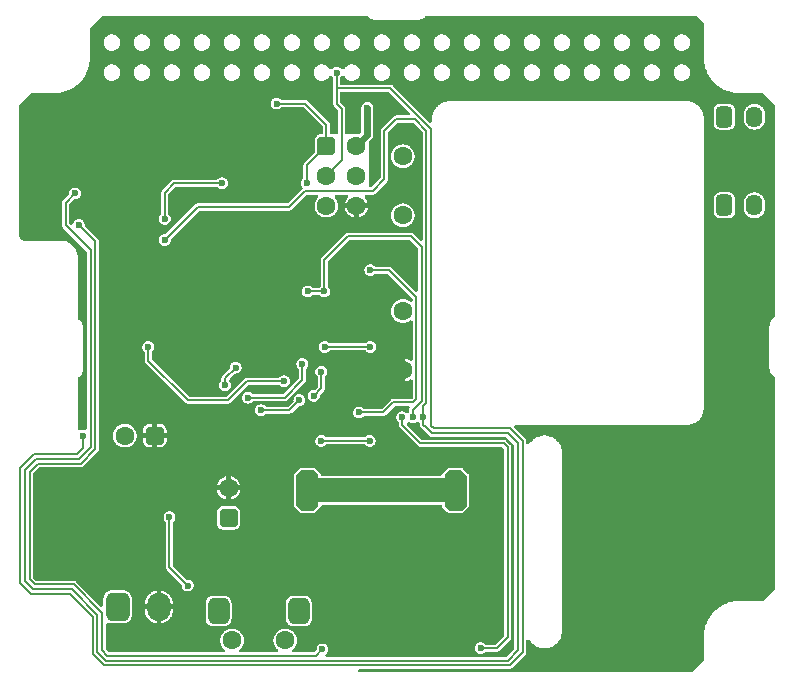
<source format=gbl>
G04*
G04 #@! TF.GenerationSoftware,Altium Limited,Altium Designer,19.1.8 (144)*
G04*
G04 Layer_Physical_Order=2*
G04 Layer_Color=11436288*
%FSLAX25Y25*%
%MOIN*%
G70*
G01*
G75*
%ADD10C,0.00787*%
%ADD56C,0.02362*%
%ADD87C,0.02362*%
%ADD91C,0.06299*%
G04:AMPARAMS|DCode=92|XSize=62.99mil|YSize=62.99mil|CornerRadius=15.75mil|HoleSize=0mil|Usage=FLASHONLY|Rotation=0.000|XOffset=0mil|YOffset=0mil|HoleType=Round|Shape=RoundedRectangle|*
%AMROUNDEDRECTD92*
21,1,0.06299,0.03150,0,0,0.0*
21,1,0.03150,0.06299,0,0,0.0*
1,1,0.03150,0.01575,-0.01575*
1,1,0.03150,-0.01575,-0.01575*
1,1,0.03150,-0.01575,0.01575*
1,1,0.03150,0.01575,0.01575*
%
%ADD92ROUNDEDRECTD92*%
G04:AMPARAMS|DCode=93|XSize=70.87mil|YSize=86.61mil|CornerRadius=17.72mil|HoleSize=0mil|Usage=FLASHONLY|Rotation=180.000|XOffset=0mil|YOffset=0mil|HoleType=Round|Shape=RoundedRectangle|*
%AMROUNDEDRECTD93*
21,1,0.07087,0.05118,0,0,180.0*
21,1,0.03543,0.08661,0,0,180.0*
1,1,0.03543,-0.01772,0.02559*
1,1,0.03543,0.01772,0.02559*
1,1,0.03543,0.01772,-0.02559*
1,1,0.03543,-0.01772,-0.02559*
%
%ADD93ROUNDEDRECTD93*%
G04:AMPARAMS|DCode=94|XSize=55.12mil|YSize=70.87mil|CornerRadius=13.78mil|HoleSize=0mil|Usage=FLASHONLY|Rotation=0.000|XOffset=0mil|YOffset=0mil|HoleType=Round|Shape=RoundedRectangle|*
%AMROUNDEDRECTD94*
21,1,0.05512,0.04331,0,0,0.0*
21,1,0.02756,0.07087,0,0,0.0*
1,1,0.02756,0.01378,-0.02165*
1,1,0.02756,-0.01378,-0.02165*
1,1,0.02756,-0.01378,0.02165*
1,1,0.02756,0.01378,0.02165*
%
%ADD94ROUNDEDRECTD94*%
%ADD95O,0.05512X0.07087*%
%ADD96O,0.07874X0.09449*%
G04:AMPARAMS|DCode=97|XSize=78.74mil|YSize=94.49mil|CornerRadius=19.68mil|HoleSize=0mil|Usage=FLASHONLY|Rotation=0.000|XOffset=0mil|YOffset=0mil|HoleType=Round|Shape=RoundedRectangle|*
%AMROUNDEDRECTD97*
21,1,0.07874,0.05512,0,0,0.0*
21,1,0.03937,0.09449,0,0,0.0*
1,1,0.03937,0.01968,-0.02756*
1,1,0.03937,-0.01968,-0.02756*
1,1,0.03937,-0.01968,0.02756*
1,1,0.03937,0.01968,0.02756*
%
%ADD97ROUNDEDRECTD97*%
%ADD98C,0.07874*%
%ADD99R,0.03937X0.07874*%
G36*
X230311Y218013D02*
Y206693D01*
X230311Y206691D01*
X230326Y206113D01*
X230368Y205535D01*
X230439Y204959D01*
X230538Y204388D01*
X230665Y203822D01*
X230820Y203263D01*
X231002Y202713D01*
X231211Y202172D01*
X231446Y201642D01*
X231706Y201124D01*
X231992Y200619D01*
X232302Y200129D01*
X232636Y199655D01*
X232993Y199198D01*
X233372Y198759D01*
X233772Y198339D01*
X234192Y197939D01*
X234631Y197560D01*
X235088Y197203D01*
X235562Y196870D01*
X236052Y196559D01*
X236557Y196273D01*
X237075Y196013D01*
X237605Y195778D01*
X238146Y195569D01*
X238696Y195387D01*
X239255Y195232D01*
X239821Y195105D01*
X240392Y195006D01*
X240968Y194935D01*
X241546Y194893D01*
X242124Y194878D01*
X242126Y194878D01*
X249903D01*
X253899Y190883D01*
Y120137D01*
X253829Y120104D01*
X253563Y119945D01*
X253314Y119761D01*
X253085Y119553D01*
X252877Y119323D01*
X252693Y119075D01*
X252534Y118809D01*
X252402Y118530D01*
X252297Y118238D01*
X252222Y117938D01*
X252222Y117938D01*
X252177Y117632D01*
X252162Y117323D01*
X252162D01*
Y103150D01*
X252162Y103150D01*
X252177Y102840D01*
X252222Y102535D01*
X252222Y102534D01*
X252256Y102401D01*
X252256Y102401D01*
X252257Y102395D01*
X252297Y102234D01*
X252402Y101943D01*
X252534Y101663D01*
X252693Y101398D01*
X252877Y101149D01*
X253085Y100920D01*
X253314Y100712D01*
X253563Y100528D01*
X253829Y100368D01*
X253899Y100335D01*
Y29590D01*
X249903Y25594D01*
X242126D01*
X242124Y25594D01*
X241546Y25580D01*
X240968Y25537D01*
X240392Y25466D01*
X239821Y25367D01*
X239255Y25240D01*
X238696Y25085D01*
X238146Y24904D01*
X237605Y24695D01*
X237075Y24460D01*
X236557Y24199D01*
X236052Y23913D01*
X235562Y23603D01*
X235088Y23269D01*
X234631Y22912D01*
X234192Y22534D01*
X233772Y22134D01*
X233372Y21714D01*
X232993Y21275D01*
X232636Y20818D01*
X232302Y20343D01*
X231992Y19853D01*
X231706Y19349D01*
X231446Y18831D01*
X231211Y18301D01*
X231002Y17760D01*
X230820Y17209D01*
X230665Y16650D01*
X230538Y16084D01*
X230439Y15513D01*
X230368Y14938D01*
X230326Y14359D01*
X230311Y13781D01*
X230311Y13780D01*
Y6003D01*
X226316Y2007D01*
X115011D01*
X114906Y2162D01*
X115325Y2949D01*
X165613D01*
X165798Y2964D01*
X165979Y3007D01*
X166151Y3078D01*
X166309Y3175D01*
X166451Y3296D01*
X170720Y7565D01*
X170840Y7706D01*
X170938Y7865D01*
X171009Y8037D01*
X171052Y8218D01*
X171067Y8403D01*
Y12553D01*
X171210Y12670D01*
X172228Y12483D01*
X172308Y12345D01*
X172328Y12314D01*
X172346Y12282D01*
X172388Y12222D01*
X172429Y12160D01*
X172452Y12132D01*
X172474Y12101D01*
X172523Y12046D01*
X172570Y11990D01*
X172596Y11964D01*
X172621Y11936D01*
X173354Y11203D01*
X173381Y11179D01*
X173407Y11152D01*
X173464Y11105D01*
X173519Y11056D01*
X173549Y11035D01*
X173577Y11011D01*
X173639Y10971D01*
X173699Y10928D01*
X173731Y10910D01*
X173762Y10890D01*
X174660Y10372D01*
X174693Y10355D01*
X174724Y10336D01*
X174792Y10305D01*
X174857Y10272D01*
X174892Y10259D01*
X174925Y10244D01*
X174996Y10221D01*
X175065Y10195D01*
X175100Y10186D01*
X175135Y10175D01*
X176137Y9907D01*
X176173Y9899D01*
X176208Y9889D01*
X176281Y9877D01*
X176353Y9861D01*
X176390Y9858D01*
X176426Y9852D01*
X176500Y9848D01*
X176573Y9841D01*
X176610Y9842D01*
X176647Y9839D01*
X177684D01*
X177720Y9842D01*
X177757Y9841D01*
X177831Y9848D01*
X177904Y9852D01*
X177941Y9858D01*
X177978Y9861D01*
X178050Y9877D01*
X178122Y9889D01*
X178158Y9899D01*
X178194Y9907D01*
X179195Y10175D01*
X179230Y10187D01*
X179266Y10195D01*
X179335Y10221D01*
X179405Y10244D01*
X179439Y10259D01*
X179473Y10272D01*
X179539Y10306D01*
X179606Y10336D01*
X179638Y10355D01*
X179671Y10372D01*
X180569Y10890D01*
X180599Y10910D01*
X180632Y10928D01*
X180692Y10971D01*
X180754Y11011D01*
X180782Y11035D01*
X180812Y11056D01*
X180867Y11105D01*
X180924Y11152D01*
X180949Y11179D01*
X180977Y11203D01*
X181710Y11936D01*
X181734Y11964D01*
X181761Y11990D01*
X181808Y12046D01*
X181857Y12101D01*
X181879Y12132D01*
X181902Y12160D01*
X181942Y12221D01*
X181985Y12282D01*
X182003Y12314D01*
X182023Y12345D01*
X182542Y13243D01*
X182558Y13275D01*
X182577Y13307D01*
X182608Y13374D01*
X182641Y13440D01*
X182654Y13475D01*
X182669Y13508D01*
X182692Y13578D01*
X182718Y13647D01*
X182727Y13683D01*
X182738Y13718D01*
X183007Y14719D01*
X183014Y14755D01*
X183025Y14791D01*
X183037Y14864D01*
X183052Y14936D01*
X183055Y14973D01*
X183062Y15009D01*
X183066Y15083D01*
X183073Y15156D01*
X183072Y15193D01*
X183074Y15230D01*
Y15748D01*
Y74803D01*
Y75322D01*
X183072Y75358D01*
X183073Y75395D01*
X183066Y75469D01*
X183062Y75542D01*
X183055Y75579D01*
X183052Y75615D01*
X183037Y75687D01*
X183025Y75760D01*
X183014Y75796D01*
X183007Y75832D01*
X182738Y76833D01*
X182727Y76868D01*
X182718Y76904D01*
X182692Y76973D01*
X182669Y77043D01*
X182654Y77077D01*
X182641Y77111D01*
X182608Y77177D01*
X182577Y77244D01*
X182558Y77276D01*
X182542Y77309D01*
X182023Y78206D01*
X182003Y78237D01*
X181985Y78269D01*
X181942Y78330D01*
X181902Y78391D01*
X181879Y78420D01*
X181857Y78450D01*
X181808Y78505D01*
X181761Y78562D01*
X181734Y78587D01*
X181710Y78615D01*
X180977Y79348D01*
X180949Y79372D01*
X180924Y79399D01*
X180867Y79446D01*
X180812Y79495D01*
X180782Y79516D01*
X180754Y79540D01*
X180692Y79580D01*
X180632Y79623D01*
X180599Y79641D01*
X180569Y79661D01*
X179671Y80179D01*
X179638Y80196D01*
X179606Y80215D01*
X179539Y80246D01*
X179473Y80279D01*
X179439Y80292D01*
X179405Y80307D01*
X179335Y80330D01*
X179266Y80356D01*
X179230Y80365D01*
X179195Y80376D01*
X178194Y80645D01*
X178158Y80652D01*
X178122Y80662D01*
X178050Y80675D01*
X177978Y80690D01*
X177941Y80693D01*
X177904Y80699D01*
X177831Y80704D01*
X177757Y80710D01*
X177720Y80710D01*
X177684Y80712D01*
X176647D01*
X176610Y80710D01*
X176573Y80710D01*
X176500Y80704D01*
X176426Y80699D01*
X176390Y80693D01*
X176353Y80690D01*
X176281Y80675D01*
X176208Y80662D01*
X176173Y80652D01*
X176137Y80645D01*
X175135Y80376D01*
X175100Y80365D01*
X175065Y80356D01*
X174995Y80330D01*
X174925Y80307D01*
X174892Y80292D01*
X174857Y80279D01*
X174792Y80246D01*
X174724Y80215D01*
X174693Y80196D01*
X174660Y80179D01*
X173762Y79661D01*
X173731Y79641D01*
X173699Y79623D01*
X173639Y79580D01*
X173577Y79540D01*
X173549Y79516D01*
X173519Y79495D01*
X173464Y79446D01*
X173407Y79399D01*
X173381Y79372D01*
X173354Y79348D01*
X172621Y78615D01*
X172596Y78587D01*
X172570Y78562D01*
X172523Y78505D01*
X172474Y78450D01*
X172452Y78420D01*
X172429Y78391D01*
X172388Y78330D01*
X172346Y78269D01*
X172328Y78237D01*
X172308Y78206D01*
X172228Y78068D01*
X171211Y77881D01*
X171067Y77998D01*
Y78802D01*
X171052Y78987D01*
X171009Y79168D01*
X170938Y79340D01*
X170840Y79498D01*
X170720Y79640D01*
X166898Y83461D01*
X167224Y84249D01*
X224797D01*
X224880Y84254D01*
X224963Y84256D01*
X224990Y84260D01*
X225018Y84261D01*
X225100Y84275D01*
X225182Y84287D01*
X225942Y84438D01*
X226023Y84459D01*
X226104Y84477D01*
X226130Y84486D01*
X226156Y84493D01*
X226234Y84523D01*
X226312Y84550D01*
X227029Y84847D01*
X227104Y84883D01*
X227179Y84917D01*
X227203Y84931D01*
X227228Y84943D01*
X227298Y84987D01*
X227370Y85029D01*
X228014Y85460D01*
X228081Y85510D01*
X228148Y85558D01*
X228169Y85576D01*
X228191Y85593D01*
X228252Y85650D01*
X228313Y85705D01*
X228862Y86254D01*
X228917Y86315D01*
X228974Y86376D01*
X228991Y86398D01*
X229009Y86418D01*
X229057Y86486D01*
X229107Y86552D01*
X229538Y87197D01*
X229580Y87269D01*
X229624Y87339D01*
X229636Y87364D01*
X229650Y87388D01*
X229684Y87463D01*
X229720Y87538D01*
X230017Y88255D01*
X230044Y88333D01*
X230074Y88410D01*
X230081Y88437D01*
X230090Y88463D01*
X230108Y88544D01*
X230129Y88624D01*
X230280Y89385D01*
X230292Y89467D01*
X230306Y89549D01*
X230307Y89577D01*
X230311Y89604D01*
X230313Y89687D01*
X230318Y89770D01*
Y90158D01*
Y186221D01*
Y186608D01*
X230313Y186691D01*
X230311Y186774D01*
X230307Y186801D01*
X230306Y186829D01*
X230292Y186911D01*
X230280Y186993D01*
X230129Y187753D01*
X230108Y187834D01*
X230090Y187915D01*
X230081Y187941D01*
X230074Y187968D01*
X230044Y188045D01*
X230017Y188123D01*
X229720Y188840D01*
X229684Y188915D01*
X229650Y188990D01*
X229636Y189014D01*
X229624Y189039D01*
X229580Y189109D01*
X229538Y189181D01*
X229107Y189825D01*
X229057Y189892D01*
X229009Y189959D01*
X228991Y189980D01*
X228974Y190002D01*
X228917Y190063D01*
X228862Y190124D01*
X228313Y190673D01*
X228252Y190728D01*
X228191Y190785D01*
X228169Y190802D01*
X228148Y190820D01*
X228081Y190868D01*
X228014Y190918D01*
X227370Y191349D01*
X227298Y191391D01*
X227228Y191435D01*
X227203Y191447D01*
X227179Y191461D01*
X227104Y191495D01*
X227029Y191531D01*
X226312Y191828D01*
X226234Y191855D01*
X226157Y191885D01*
X226130Y191892D01*
X226104Y191901D01*
X226023Y191919D01*
X225942Y191940D01*
X225182Y192091D01*
X225100Y192103D01*
X225018Y192117D01*
X224990Y192118D01*
X224963Y192122D01*
X224880Y192124D01*
X224797Y192129D01*
X224410D01*
X145669Y192129D01*
X145282D01*
X145199Y192124D01*
X145116Y192122D01*
X145088Y192118D01*
X145061Y192117D01*
X144979Y192103D01*
X144897Y192091D01*
X144136Y191940D01*
X144056Y191919D01*
X143975Y191901D01*
X143949Y191892D01*
X143922Y191885D01*
X143845Y191855D01*
X143766Y191828D01*
X143050Y191531D01*
X142975Y191495D01*
X142900Y191461D01*
X142876Y191447D01*
X142851Y191435D01*
X142780Y191391D01*
X142709Y191349D01*
X142064Y190918D01*
X141998Y190868D01*
X141930Y190820D01*
X141910Y190802D01*
X141888Y190785D01*
X141827Y190728D01*
X141765Y190673D01*
X141217Y190124D01*
X141162Y190062D01*
X141105Y190002D01*
X141088Y189980D01*
X141070Y189959D01*
X141022Y189892D01*
X140972Y189825D01*
X140541Y189181D01*
X140499Y189109D01*
X140455Y189039D01*
X140443Y189014D01*
X140429Y188990D01*
X140395Y188915D01*
X140359Y188840D01*
X140062Y188123D01*
X140035Y188045D01*
X140005Y187968D01*
X139998Y187941D01*
X139989Y187915D01*
X139971Y187834D01*
X139950Y187753D01*
X139799Y186993D01*
X139787Y186911D01*
X139773Y186829D01*
X139771Y186801D01*
X139768Y186774D01*
X139765Y186691D01*
X139761Y186608D01*
X139761Y186220D01*
Y185249D01*
X139033Y184948D01*
X126667Y197314D01*
X126526Y197435D01*
X126367Y197532D01*
X126196Y197603D01*
X126015Y197647D01*
X125829Y197661D01*
X109137D01*
Y200120D01*
X109182Y200152D01*
X109347Y200299D01*
X109494Y200464D01*
X109584Y200590D01*
X109955Y200641D01*
X110124Y200640D01*
X110269Y200610D01*
X110453Y200533D01*
X110519Y200392D01*
X110658Y200160D01*
X110820Y199942D01*
X111002Y199742D01*
X111202Y199560D01*
X111420Y199399D01*
X111652Y199259D01*
X111897Y199144D01*
X112152Y199052D01*
X112414Y198987D01*
X112682Y198947D01*
X112953Y198933D01*
X113223Y198947D01*
X113491Y198987D01*
X113754Y199052D01*
X114008Y199144D01*
X114253Y199259D01*
X114486Y199399D01*
X114703Y199560D01*
X114904Y199742D01*
X115085Y199942D01*
X115247Y200160D01*
X115386Y200392D01*
X115502Y200637D01*
X115593Y200892D01*
X115659Y201154D01*
X115699Y201422D01*
X115712Y201693D01*
X115699Y201963D01*
X115659Y202231D01*
X115593Y202494D01*
X115502Y202749D01*
X115386Y202993D01*
X115247Y203226D01*
X115085Y203443D01*
X114904Y203644D01*
X114703Y203826D01*
X114486Y203987D01*
X114253Y204126D01*
X114008Y204242D01*
X113754Y204333D01*
X113491Y204399D01*
X113223Y204439D01*
X112953Y204452D01*
X112682Y204439D01*
X112414Y204399D01*
X112152Y204333D01*
X111897Y204242D01*
X111652Y204126D01*
X111420Y203987D01*
X111202Y203826D01*
X111002Y203644D01*
X110820Y203443D01*
X110658Y203226D01*
X110519Y202993D01*
X110453Y202853D01*
X110268Y202776D01*
X110123Y202746D01*
X109955Y202745D01*
X109584Y202796D01*
X109494Y202922D01*
X109347Y203087D01*
X109182Y203235D01*
X109002Y203362D01*
X108808Y203469D01*
X108604Y203554D01*
X108391Y203615D01*
X108174Y203652D01*
X107953Y203665D01*
X107732Y203652D01*
X107514Y203615D01*
X107302Y203554D01*
X107097Y203469D01*
X106904Y203362D01*
X106723Y203235D01*
X106559Y203087D01*
X106411Y202922D01*
X106321Y202796D01*
X105953Y202745D01*
X105780Y202746D01*
X105639Y202775D01*
X105452Y202853D01*
X105386Y202993D01*
X105247Y203226D01*
X105086Y203443D01*
X104904Y203644D01*
X104703Y203826D01*
X104486Y203987D01*
X104253Y204126D01*
X104008Y204242D01*
X103754Y204333D01*
X103491Y204399D01*
X103223Y204439D01*
X102953Y204452D01*
X102682Y204439D01*
X102414Y204399D01*
X102152Y204333D01*
X101897Y204242D01*
X101652Y204126D01*
X101420Y203987D01*
X101202Y203826D01*
X101002Y203644D01*
X100820Y203443D01*
X100658Y203226D01*
X100519Y202993D01*
X100403Y202749D01*
X100312Y202494D01*
X100246Y202231D01*
X100207Y201963D01*
X100193Y201693D01*
X100207Y201422D01*
X100246Y201154D01*
X100312Y200892D01*
X100403Y200637D01*
X100519Y200392D01*
X100658Y200160D01*
X100820Y199942D01*
X101002Y199742D01*
X101202Y199560D01*
X101420Y199399D01*
X101652Y199259D01*
X101897Y199144D01*
X102152Y199052D01*
X102414Y198987D01*
X102682Y198947D01*
X102953Y198933D01*
X103223Y198947D01*
X103491Y198987D01*
X103754Y199052D01*
X104008Y199144D01*
X104253Y199259D01*
X104486Y199399D01*
X104703Y199560D01*
X104904Y199742D01*
X105086Y199942D01*
X105247Y200160D01*
X105386Y200392D01*
X105453Y200533D01*
X105638Y200611D01*
X105779Y200639D01*
X105953Y200641D01*
X106322Y200590D01*
X106411Y200464D01*
X106559Y200299D01*
X106723Y200152D01*
X106768Y200120D01*
Y196476D01*
Y191260D01*
X106783Y191075D01*
X106826Y190894D01*
X106897Y190722D01*
X106994Y190563D01*
X107115Y190422D01*
X108461Y189076D01*
Y181303D01*
X105634D01*
Y184330D01*
X105620Y184515D01*
X105576Y184696D01*
X105505Y184868D01*
X105408Y185026D01*
X105287Y185168D01*
X98279Y192176D01*
X98137Y192297D01*
X97979Y192394D01*
X97807Y192465D01*
X97626Y192509D01*
X97441Y192523D01*
X89447D01*
X89416Y192568D01*
X89268Y192733D01*
X89103Y192880D01*
X88923Y193008D01*
X88730Y193115D01*
X88525Y193200D01*
X88313Y193261D01*
X88095Y193298D01*
X87874Y193310D01*
X87653Y193298D01*
X87435Y193261D01*
X87223Y193200D01*
X87019Y193115D01*
X86825Y193008D01*
X86645Y192880D01*
X86480Y192733D01*
X86333Y192568D01*
X86205Y192387D01*
X86098Y192194D01*
X86013Y191990D01*
X85952Y191777D01*
X85915Y191559D01*
X85902Y191339D01*
X85915Y191118D01*
X85952Y190900D01*
X86013Y190687D01*
X86098Y190483D01*
X86205Y190290D01*
X86333Y190109D01*
X86480Y189945D01*
X86645Y189797D01*
X86825Y189669D01*
X87019Y189562D01*
X87223Y189478D01*
X87435Y189416D01*
X87653Y189379D01*
X87874Y189367D01*
X88095Y189379D01*
X88313Y189416D01*
X88525Y189478D01*
X88730Y189562D01*
X88923Y189669D01*
X89103Y189797D01*
X89268Y189945D01*
X89416Y190109D01*
X89447Y190154D01*
X96950D01*
X103265Y183839D01*
Y181296D01*
X103161Y181288D01*
X103058Y181264D01*
X102875D01*
X102610Y181249D01*
X102348Y181204D01*
X102093Y181131D01*
X101848Y181029D01*
X101616Y180901D01*
X101400Y180747D01*
X101202Y180571D01*
X101025Y180373D01*
X100871Y180156D01*
X100743Y179924D01*
X100642Y179679D01*
X100568Y179424D01*
X100524Y179163D01*
X100509Y178898D01*
Y175748D01*
X100524Y175483D01*
X100568Y175222D01*
X100592Y175140D01*
X97135Y171684D01*
X97014Y171542D01*
X96917Y171384D01*
X96846Y171212D01*
X96802Y171031D01*
X96788Y170846D01*
Y166396D01*
X96743Y166364D01*
X96578Y166217D01*
X96431Y166052D01*
X96303Y165872D01*
X96196Y165678D01*
X96112Y165474D01*
X96050Y165262D01*
X96013Y165044D01*
X96001Y164823D01*
X96013Y164602D01*
X96050Y164384D01*
X96112Y164172D01*
X96196Y163967D01*
X96303Y163774D01*
X96431Y163594D01*
X96522Y163303D01*
X96245Y162685D01*
X91635Y158074D01*
X61614D01*
X61429Y158060D01*
X61248Y158017D01*
X61076Y157945D01*
X60918Y157848D01*
X60776Y157728D01*
X50865Y147816D01*
X50811Y147826D01*
X50590Y147838D01*
X50370Y147826D01*
X50152Y147789D01*
X49939Y147727D01*
X49735Y147643D01*
X49542Y147536D01*
X49361Y147408D01*
X49196Y147260D01*
X49049Y147096D01*
X48921Y146915D01*
X48814Y146722D01*
X48730Y146518D01*
X48668Y146305D01*
X48631Y146087D01*
X48619Y145866D01*
X48631Y145645D01*
X48668Y145428D01*
X48730Y145215D01*
X48814Y145011D01*
X48921Y144817D01*
X49049Y144637D01*
X49196Y144472D01*
X49361Y144325D01*
X49542Y144197D01*
X49735Y144090D01*
X49939Y144005D01*
X50152Y143944D01*
X50370Y143907D01*
X50590Y143895D01*
X50811Y143907D01*
X51029Y143944D01*
X51242Y144005D01*
X51446Y144090D01*
X51639Y144197D01*
X51820Y144325D01*
X51985Y144472D01*
X52132Y144637D01*
X52260Y144817D01*
X52367Y145011D01*
X52451Y145215D01*
X52513Y145428D01*
X52550Y145645D01*
X52562Y145866D01*
X52550Y146087D01*
X52540Y146141D01*
X62105Y155705D01*
X92126D01*
X92311Y155720D01*
X92492Y155763D01*
X92664Y155834D01*
X92822Y155931D01*
X92964Y156052D01*
X97932Y161020D01*
X101507D01*
X101717Y160672D01*
X101797Y160233D01*
X101663Y160109D01*
X101431Y159856D01*
X101221Y159583D01*
X101037Y159293D01*
X100878Y158988D01*
X100746Y158671D01*
X100643Y158343D01*
X100569Y158007D01*
X100524Y157666D01*
X100509Y157323D01*
X100524Y156979D01*
X100569Y156639D01*
X100643Y156303D01*
X100746Y155975D01*
X100878Y155657D01*
X101037Y155352D01*
X101221Y155062D01*
X101431Y154790D01*
X101663Y154536D01*
X101916Y154304D01*
X102189Y154095D01*
X102479Y153910D01*
X102784Y153751D01*
X103102Y153620D01*
X103429Y153516D01*
X103765Y153442D01*
X104106Y153397D01*
X104449Y153382D01*
X104793Y153397D01*
X105134Y153442D01*
X105469Y153516D01*
X105797Y153620D01*
X106115Y153751D01*
X106420Y153910D01*
X106710Y154095D01*
X106983Y154304D01*
X107236Y154536D01*
X107468Y154790D01*
X107677Y155062D01*
X107862Y155352D01*
X108021Y155657D01*
X108152Y155975D01*
X108256Y156303D01*
X108330Y156639D01*
X108375Y156979D01*
X108390Y157323D01*
X108375Y157666D01*
X108330Y158007D01*
X108256Y158343D01*
X108152Y158671D01*
X108021Y158988D01*
X107862Y159293D01*
X107677Y159583D01*
X107468Y159856D01*
X107236Y160109D01*
X107102Y160233D01*
X107182Y160672D01*
X107392Y161020D01*
X111507D01*
X111717Y160672D01*
X111797Y160233D01*
X111663Y160109D01*
X111431Y159856D01*
X111221Y159583D01*
X111037Y159293D01*
X110878Y158988D01*
X110746Y158671D01*
X110643Y158343D01*
X110591Y158110D01*
X118307D01*
X118256Y158343D01*
X118152Y158671D01*
X118021Y158988D01*
X117862Y159293D01*
X117677Y159583D01*
X117468Y159856D01*
X117236Y160109D01*
X117102Y160233D01*
X117182Y160672D01*
X117392Y161020D01*
X119882D01*
X120067Y161035D01*
X120248Y161078D01*
X120420Y161149D01*
X120578Y161246D01*
X120720Y161367D01*
X124657Y165304D01*
X124777Y165445D01*
X124874Y165604D01*
X124946Y165776D01*
X124989Y165956D01*
X125004Y166142D01*
Y181793D01*
X128247Y185036D01*
X133368D01*
X136610Y181793D01*
Y145818D01*
X135883Y145517D01*
X133515Y147885D01*
X133374Y148006D01*
X133215Y148103D01*
X133043Y148174D01*
X132862Y148217D01*
X132677Y148232D01*
X111614D01*
X111429Y148217D01*
X111248Y148174D01*
X111076Y148103D01*
X110918Y148006D01*
X110776Y147885D01*
X102902Y140011D01*
X102782Y139870D01*
X102684Y139711D01*
X102613Y139539D01*
X102570Y139359D01*
X102555Y139173D01*
Y130313D01*
X102511Y130282D01*
X102346Y130134D01*
X102199Y129969D01*
X102167Y129925D01*
X99801D01*
X99770Y129969D01*
X99622Y130134D01*
X99458Y130282D01*
X99277Y130410D01*
X99084Y130517D01*
X98879Y130601D01*
X98667Y130662D01*
X98449Y130699D01*
X98228Y130712D01*
X98008Y130699D01*
X97790Y130662D01*
X97577Y130601D01*
X97373Y130517D01*
X97179Y130410D01*
X96999Y130282D01*
X96834Y130134D01*
X96687Y129969D01*
X96559Y129789D01*
X96452Y129596D01*
X96367Y129391D01*
X96306Y129179D01*
X96269Y128961D01*
X96257Y128740D01*
X96269Y128519D01*
X96306Y128301D01*
X96367Y128089D01*
X96452Y127885D01*
X96559Y127691D01*
X96687Y127511D01*
X96834Y127346D01*
X96999Y127199D01*
X97179Y127071D01*
X97373Y126964D01*
X97577Y126879D01*
X97790Y126818D01*
X98008Y126781D01*
X98228Y126769D01*
X98449Y126781D01*
X98667Y126818D01*
X98879Y126879D01*
X99084Y126964D01*
X99277Y127071D01*
X99458Y127199D01*
X99622Y127346D01*
X99770Y127511D01*
X99801Y127555D01*
X102167D01*
X102199Y127511D01*
X102346Y127346D01*
X102511Y127199D01*
X102691Y127071D01*
X102885Y126964D01*
X103089Y126879D01*
X103301Y126818D01*
X103519Y126781D01*
X103740Y126769D01*
X103961Y126781D01*
X104179Y126818D01*
X104391Y126879D01*
X104596Y126964D01*
X104789Y127071D01*
X104969Y127199D01*
X105134Y127346D01*
X105282Y127511D01*
X105410Y127691D01*
X105517Y127885D01*
X105601Y128089D01*
X105662Y128301D01*
X105699Y128519D01*
X105712Y128740D01*
X105699Y128961D01*
X105662Y129179D01*
X105601Y129391D01*
X105517Y129596D01*
X105410Y129789D01*
X105282Y129969D01*
X105134Y130134D01*
X104969Y130282D01*
X104925Y130313D01*
Y138682D01*
X112105Y145862D01*
X132186D01*
X135036Y143013D01*
Y128889D01*
X134308Y128588D01*
X126231Y136664D01*
X126090Y136785D01*
X125932Y136882D01*
X125760Y136953D01*
X125579Y136997D01*
X125394Y137012D01*
X120668D01*
X120636Y137056D01*
X120489Y137221D01*
X120324Y137368D01*
X120143Y137496D01*
X119950Y137603D01*
X119746Y137688D01*
X119533Y137749D01*
X119315Y137786D01*
X119095Y137798D01*
X118874Y137786D01*
X118656Y137749D01*
X118443Y137688D01*
X118239Y137603D01*
X118045Y137496D01*
X117865Y137368D01*
X117700Y137221D01*
X117553Y137056D01*
X117425Y136876D01*
X117318Y136682D01*
X117234Y136478D01*
X117172Y136266D01*
X117135Y136047D01*
X117123Y135827D01*
X117135Y135606D01*
X117172Y135388D01*
X117234Y135176D01*
X117318Y134971D01*
X117425Y134778D01*
X117553Y134598D01*
X117700Y134433D01*
X117865Y134285D01*
X118045Y134157D01*
X118239Y134050D01*
X118443Y133966D01*
X118656Y133905D01*
X118874Y133868D01*
X119095Y133855D01*
X119315Y133868D01*
X119533Y133905D01*
X119746Y133966D01*
X119950Y134050D01*
X120143Y134157D01*
X120324Y134285D01*
X120489Y134433D01*
X120636Y134598D01*
X120668Y134642D01*
X124903D01*
X133209Y126336D01*
X133238Y125549D01*
X132477Y125242D01*
X132454Y125263D01*
X132182Y125472D01*
X131892Y125657D01*
X131587Y125816D01*
X131269Y125947D01*
X130941Y126051D01*
X130606Y126125D01*
X130265Y126170D01*
X129921Y126185D01*
X129578Y126170D01*
X129237Y126125D01*
X128901Y126051D01*
X128574Y125947D01*
X128256Y125816D01*
X127951Y125657D01*
X127661Y125472D01*
X127388Y125263D01*
X127135Y125031D01*
X126902Y124777D01*
X126693Y124504D01*
X126508Y124214D01*
X126350Y123909D01*
X126218Y123592D01*
X126115Y123264D01*
X126040Y122928D01*
X125996Y122588D01*
X125980Y122244D01*
X125996Y121901D01*
X126040Y121560D01*
X126115Y121224D01*
X126218Y120896D01*
X126350Y120579D01*
X126508Y120274D01*
X126693Y119984D01*
X126902Y119711D01*
X127135Y119458D01*
X127388Y119225D01*
X127661Y119016D01*
X127951Y118831D01*
X128256Y118673D01*
X128574Y118541D01*
X128901Y118438D01*
X129237Y118363D01*
X129578Y118318D01*
X129921Y118303D01*
X130265Y118318D01*
X130606Y118363D01*
X130941Y118438D01*
X131269Y118541D01*
X131587Y118673D01*
X131892Y118831D01*
X132182Y119016D01*
X132454Y119225D01*
X132477Y119246D01*
X133238Y118940D01*
X133264Y118914D01*
Y105889D01*
X133238Y105864D01*
X132477Y105557D01*
X132454Y105578D01*
X132182Y105787D01*
X131892Y105972D01*
X131587Y106131D01*
X131269Y106262D01*
X130941Y106366D01*
X130709Y106417D01*
Y102559D01*
Y98701D01*
X130941Y98753D01*
X131269Y98856D01*
X131587Y98988D01*
X131892Y99146D01*
X132182Y99331D01*
X132454Y99540D01*
X132477Y99561D01*
X133238Y99255D01*
X133264Y99229D01*
Y93269D01*
X133010Y93015D01*
X126808D01*
X126623Y93001D01*
X126442Y92958D01*
X126270Y92886D01*
X126112Y92789D01*
X125971Y92668D01*
X122873Y89571D01*
X116927D01*
X116896Y89615D01*
X116748Y89780D01*
X116584Y89927D01*
X116403Y90055D01*
X116210Y90162D01*
X116006Y90247D01*
X115793Y90308D01*
X115575Y90345D01*
X115354Y90357D01*
X115134Y90345D01*
X114916Y90308D01*
X114703Y90247D01*
X114499Y90162D01*
X114305Y90055D01*
X114125Y89927D01*
X113960Y89780D01*
X113813Y89615D01*
X113685Y89435D01*
X113578Y89241D01*
X113493Y89037D01*
X113432Y88824D01*
X113395Y88607D01*
X113383Y88386D01*
X113395Y88165D01*
X113432Y87947D01*
X113493Y87735D01*
X113578Y87530D01*
X113685Y87337D01*
X113813Y87157D01*
X113960Y86992D01*
X114125Y86844D01*
X114305Y86716D01*
X114499Y86610D01*
X114703Y86525D01*
X114916Y86464D01*
X115134Y86427D01*
X115354Y86414D01*
X115575Y86427D01*
X115793Y86464D01*
X116006Y86525D01*
X116210Y86610D01*
X116403Y86716D01*
X116584Y86844D01*
X116748Y86992D01*
X116896Y87157D01*
X116927Y87201D01*
X123363D01*
X123549Y87216D01*
X123730Y87259D01*
X123901Y87330D01*
X124060Y87427D01*
X124201Y87548D01*
X127299Y90646D01*
X131769D01*
X131969Y90431D01*
X132212Y89908D01*
X132141Y89736D01*
X132098Y89555D01*
X132083Y89370D01*
Y88384D01*
X132038Y88353D01*
X132021Y88337D01*
X131686Y88205D01*
X131307D01*
X130971Y88337D01*
X130954Y88353D01*
X130773Y88480D01*
X130580Y88587D01*
X130376Y88672D01*
X130163Y88733D01*
X129945Y88770D01*
X129724Y88783D01*
X129504Y88770D01*
X129286Y88733D01*
X129073Y88672D01*
X128869Y88587D01*
X128675Y88480D01*
X128495Y88353D01*
X128330Y88205D01*
X128183Y88040D01*
X128055Y87860D01*
X127948Y87666D01*
X127864Y87462D01*
X127802Y87250D01*
X127765Y87032D01*
X127753Y86811D01*
X127765Y86590D01*
X127802Y86372D01*
X127864Y86160D01*
X127948Y85956D01*
X128055Y85762D01*
X128183Y85582D01*
X128330Y85417D01*
X128495Y85270D01*
X128540Y85238D01*
Y84252D01*
X128554Y84067D01*
X128598Y83886D01*
X128669Y83714D01*
X128766Y83556D01*
X128887Y83414D01*
X134989Y77312D01*
X135130Y77191D01*
X135289Y77094D01*
X135461Y77023D01*
X135641Y76979D01*
X135827Y76965D01*
X163092D01*
X163776Y76281D01*
Y13877D01*
X160927Y11027D01*
X157478D01*
X157447Y11072D01*
X157299Y11237D01*
X157134Y11384D01*
X156954Y11512D01*
X156761Y11619D01*
X156556Y11704D01*
X156344Y11765D01*
X156126Y11802D01*
X155905Y11814D01*
X155684Y11802D01*
X155466Y11765D01*
X155254Y11704D01*
X155050Y11619D01*
X154856Y11512D01*
X154676Y11384D01*
X154511Y11237D01*
X154364Y11072D01*
X154236Y10892D01*
X154129Y10698D01*
X154044Y10494D01*
X153983Y10281D01*
X153946Y10063D01*
X153934Y9843D01*
X153946Y9622D01*
X153983Y9404D01*
X154044Y9191D01*
X154129Y8987D01*
X154236Y8794D01*
X154364Y8613D01*
X154511Y8448D01*
X154676Y8301D01*
X154856Y8173D01*
X155050Y8066D01*
X155254Y7982D01*
X155466Y7920D01*
X155684Y7883D01*
X155905Y7871D01*
X156126Y7883D01*
X156344Y7920D01*
X156556Y7982D01*
X156761Y8066D01*
X156954Y8173D01*
X157134Y8301D01*
X157299Y8448D01*
X157447Y8613D01*
X157478Y8658D01*
X161417D01*
X161603Y8672D01*
X161783Y8716D01*
X161955Y8787D01*
X162114Y8884D01*
X162255Y9005D01*
X165798Y12548D01*
X165919Y12689D01*
X166016Y12848D01*
X166087Y13020D01*
X166131Y13201D01*
X166145Y13386D01*
Y76772D01*
X166131Y76957D01*
X166087Y77138D01*
X166016Y77310D01*
X165919Y77468D01*
X165798Y77609D01*
X164420Y78987D01*
X164279Y79108D01*
X164120Y79205D01*
X163949Y79276D01*
X163768Y79320D01*
X163583Y79334D01*
X136318D01*
X131405Y84247D01*
X131525Y85155D01*
X131902Y85332D01*
X132021Y85285D01*
X132038Y85270D01*
X132219Y85142D01*
X132412Y85035D01*
X132616Y84950D01*
X132829Y84889D01*
X133047Y84852D01*
X133268Y84839D01*
X133489Y84852D01*
X133706Y84889D01*
X133919Y84950D01*
X134123Y85035D01*
X134317Y85142D01*
X134497Y85270D01*
X134514Y85285D01*
X134850Y85417D01*
X134913D01*
X135626Y84794D01*
Y84252D01*
X135641Y84067D01*
X135684Y83886D01*
X135755Y83714D01*
X135853Y83556D01*
X135973Y83414D01*
X138729Y80658D01*
X138871Y80538D01*
X139029Y80440D01*
X139201Y80369D01*
X139382Y80326D01*
X139567Y80311D01*
X164470D01*
X167122Y77659D01*
Y9546D01*
X164470Y6893D01*
X104182D01*
X104005Y7672D01*
X104199Y7779D01*
X104379Y7907D01*
X104544Y8055D01*
X104691Y8219D01*
X104819Y8400D01*
X104926Y8593D01*
X105011Y8798D01*
X105072Y9010D01*
X105109Y9228D01*
X105121Y9449D01*
X105109Y9670D01*
X105072Y9888D01*
X105011Y10100D01*
X104926Y10304D01*
X104819Y10498D01*
X104691Y10678D01*
X104544Y10843D01*
X104379Y10990D01*
X104199Y11118D01*
X104005Y11225D01*
X103801Y11310D01*
X103588Y11371D01*
X103370Y11408D01*
X103150Y11420D01*
X102929Y11408D01*
X102711Y11371D01*
X102498Y11310D01*
X102294Y11225D01*
X102101Y11118D01*
X101920Y10990D01*
X101755Y10843D01*
X101608Y10678D01*
X101480Y10498D01*
X101373Y10304D01*
X101289Y10100D01*
X101227Y9888D01*
X101190Y9670D01*
X101178Y9449D01*
X101190Y9228D01*
X101199Y9174D01*
X100494Y8468D01*
X93367D01*
X93148Y8899D01*
X93115Y9256D01*
X93281Y9383D01*
X93534Y9615D01*
X93767Y9868D01*
X93976Y10141D01*
X94161Y10431D01*
X94319Y10736D01*
X94451Y11054D01*
X94555Y11382D01*
X94629Y11717D01*
X94674Y12058D01*
X94689Y12402D01*
X94674Y12745D01*
X94629Y13086D01*
X94555Y13421D01*
X94451Y13749D01*
X94319Y14067D01*
X94161Y14372D01*
X93976Y14662D01*
X93767Y14935D01*
X93534Y15188D01*
X93281Y15420D01*
X93008Y15630D01*
X92718Y15814D01*
X92413Y15973D01*
X92096Y16105D01*
X91768Y16208D01*
X91432Y16283D01*
X91092Y16327D01*
X90748Y16342D01*
X90404Y16327D01*
X90064Y16283D01*
X89728Y16208D01*
X89400Y16105D01*
X89083Y15973D01*
X88778Y15814D01*
X88488Y15630D01*
X88215Y15420D01*
X87962Y15188D01*
X87729Y14935D01*
X87520Y14662D01*
X87335Y14372D01*
X87177Y14067D01*
X87045Y13749D01*
X86941Y13421D01*
X86867Y13086D01*
X86822Y12745D01*
X86807Y12402D01*
X86822Y12058D01*
X86867Y11717D01*
X86941Y11382D01*
X87045Y11054D01*
X87177Y10736D01*
X87335Y10431D01*
X87520Y10141D01*
X87729Y9868D01*
X87962Y9615D01*
X88215Y9383D01*
X88381Y9256D01*
X88348Y8899D01*
X88129Y8468D01*
X75650D01*
X75431Y8899D01*
X75399Y9256D01*
X75565Y9383D01*
X75818Y9615D01*
X76050Y9868D01*
X76260Y10141D01*
X76444Y10431D01*
X76603Y10736D01*
X76735Y11054D01*
X76838Y11382D01*
X76912Y11717D01*
X76957Y12058D01*
X76972Y12402D01*
X76957Y12745D01*
X76912Y13086D01*
X76838Y13421D01*
X76735Y13749D01*
X76603Y14067D01*
X76444Y14372D01*
X76260Y14662D01*
X76050Y14935D01*
X75818Y15188D01*
X75565Y15420D01*
X75292Y15630D01*
X75002Y15814D01*
X74697Y15973D01*
X74379Y16105D01*
X74051Y16208D01*
X73716Y16283D01*
X73375Y16327D01*
X73032Y16342D01*
X72688Y16327D01*
X72347Y16283D01*
X72012Y16208D01*
X71684Y16105D01*
X71366Y15973D01*
X71061Y15814D01*
X70771Y15630D01*
X70498Y15420D01*
X70245Y15188D01*
X70013Y14935D01*
X69803Y14662D01*
X69619Y14372D01*
X69460Y14067D01*
X69328Y13749D01*
X69225Y13421D01*
X69151Y13086D01*
X69106Y12745D01*
X69091Y12402D01*
X69106Y12058D01*
X69151Y11717D01*
X69225Y11382D01*
X69328Y11054D01*
X69460Y10736D01*
X69619Y10431D01*
X69803Y10141D01*
X70013Y9868D01*
X70245Y9615D01*
X70498Y9383D01*
X70664Y9256D01*
X70632Y8899D01*
X70413Y8468D01*
X31987D01*
X30909Y9546D01*
Y17930D01*
X30913Y17936D01*
X31301Y18227D01*
X31697Y18374D01*
X31818Y18317D01*
X32073Y18226D01*
X32336Y18160D01*
X32604Y18120D01*
X32874Y18107D01*
X36811D01*
X37082Y18120D01*
X37349Y18160D01*
X37612Y18226D01*
X37867Y18317D01*
X38112Y18433D01*
X38344Y18572D01*
X38561Y18733D01*
X38762Y18915D01*
X38944Y19116D01*
X39105Y19333D01*
X39244Y19566D01*
X39360Y19810D01*
X39451Y20065D01*
X39517Y20328D01*
X39557Y20596D01*
X39570Y20866D01*
Y26378D01*
X39557Y26648D01*
X39517Y26916D01*
X39451Y27179D01*
X39360Y27434D01*
X39244Y27679D01*
X39105Y27911D01*
X38944Y28128D01*
X38762Y28329D01*
X38561Y28511D01*
X38344Y28672D01*
X38112Y28811D01*
X37867Y28927D01*
X37612Y29018D01*
X37349Y29084D01*
X37082Y29124D01*
X36811Y29137D01*
X32874D01*
X32604Y29124D01*
X32336Y29084D01*
X32073Y29018D01*
X31818Y28927D01*
X31573Y28811D01*
X31341Y28672D01*
X31124Y28511D01*
X30923Y28329D01*
X30741Y28128D01*
X30580Y27911D01*
X30441Y27679D01*
X30325Y27434D01*
X30234Y27179D01*
X30168Y26916D01*
X30128Y26648D01*
X30115Y26378D01*
Y23894D01*
X29387Y23593D01*
X21040Y31940D01*
X20899Y32061D01*
X20740Y32158D01*
X20568Y32229D01*
X20388Y32272D01*
X20202Y32287D01*
X7701D01*
X6696Y33291D01*
Y68086D01*
X8685Y70075D01*
X22564D01*
X22750Y70090D01*
X22930Y70133D01*
X23102Y70204D01*
X23261Y70301D01*
X23402Y70422D01*
X28262Y75282D01*
X28382Y75423D01*
X28480Y75582D01*
X28551Y75753D01*
X28594Y75934D01*
X28609Y76119D01*
Y145411D01*
X28594Y145596D01*
X28551Y145777D01*
X28480Y145949D01*
X28382Y146107D01*
X28262Y146248D01*
X23899Y150611D01*
X23908Y150665D01*
X23920Y150886D01*
X23908Y151107D01*
X23871Y151324D01*
X23810Y151537D01*
X23725Y151741D01*
X23618Y151935D01*
X23490Y152115D01*
X23343Y152280D01*
X23178Y152427D01*
X22998Y152555D01*
X22804Y152662D01*
X22600Y152747D01*
X22388Y152808D01*
X22170Y152845D01*
X21949Y152857D01*
X21728Y152845D01*
X21510Y152808D01*
X21298Y152747D01*
X21093Y152662D01*
X20900Y152555D01*
X20720Y152427D01*
X20555Y152280D01*
X20407Y152115D01*
X20279Y151935D01*
X20173Y151741D01*
X20088Y151537D01*
X20027Y151324D01*
X19990Y151107D01*
Y151107D01*
X19460Y150822D01*
X19294Y150801D01*
X18704Y151347D01*
Y157777D01*
X20395Y159467D01*
X20448Y159458D01*
X20669Y159446D01*
X20890Y159458D01*
X21108Y159495D01*
X21320Y159556D01*
X21525Y159641D01*
X21718Y159748D01*
X21899Y159876D01*
X22063Y160023D01*
X22211Y160188D01*
X22339Y160368D01*
X22446Y160562D01*
X22530Y160766D01*
X22591Y160979D01*
X22628Y161197D01*
X22641Y161417D01*
X22628Y161638D01*
X22591Y161856D01*
X22530Y162068D01*
X22446Y162273D01*
X22339Y162466D01*
X22211Y162647D01*
X22063Y162811D01*
X21899Y162959D01*
X21718Y163087D01*
X21525Y163194D01*
X21320Y163278D01*
X21108Y163339D01*
X20890Y163376D01*
X20669Y163389D01*
X20448Y163376D01*
X20231Y163339D01*
X20018Y163278D01*
X19814Y163194D01*
X19620Y163087D01*
X19440Y162959D01*
X19275Y162811D01*
X19128Y162647D01*
X19000Y162466D01*
X18893Y162273D01*
X18808Y162068D01*
X18747Y161856D01*
X18710Y161638D01*
X18698Y161417D01*
X18710Y161197D01*
X18719Y161143D01*
X16682Y159106D01*
X16561Y158964D01*
X16464Y158806D01*
X16393Y158634D01*
X16350Y158453D01*
X16335Y158268D01*
Y150787D01*
X16350Y150602D01*
X16393Y150421D01*
X16464Y150250D01*
X16561Y150091D01*
X16682Y149950D01*
X24664Y141967D01*
Y83192D01*
X24470Y82962D01*
X23943Y82641D01*
X23877Y82639D01*
X23708Y82668D01*
X23487Y82680D01*
X23266Y82668D01*
X23048Y82631D01*
X22836Y82570D01*
X22632Y82485D01*
X22479Y82401D01*
X22260Y82459D01*
X21853Y82644D01*
X21692Y82801D01*
Y100051D01*
X21831Y100134D01*
X22079Y100318D01*
X22309Y100526D01*
X22516Y100755D01*
X22701Y101004D01*
X22860Y101269D01*
X22992Y101549D01*
X23096Y101840D01*
X23172Y102141D01*
X23172Y102141D01*
X23217Y102447D01*
X23232Y102756D01*
X23232D01*
Y116929D01*
X23232Y116929D01*
X23217Y117238D01*
X23172Y117544D01*
X23172Y117544D01*
X23138Y117677D01*
X23138Y117678D01*
X23137Y117683D01*
X23096Y117844D01*
X22992Y118136D01*
X22860Y118416D01*
X22701Y118681D01*
X22516Y118930D01*
X22309Y119159D01*
X22079Y119367D01*
X21831Y119551D01*
X21692Y119634D01*
Y139764D01*
X21682Y139813D01*
X21690Y139862D01*
X21671Y140248D01*
X21634Y140392D01*
Y140541D01*
X21484Y141298D01*
X21408Y141481D01*
X21370Y141675D01*
X21074Y142388D01*
X20965Y142552D01*
X20889Y142735D01*
X20460Y143377D01*
X20320Y143516D01*
X20211Y143681D01*
X19665Y144226D01*
X19500Y144336D01*
X19361Y144476D01*
X18719Y144905D01*
X18536Y144980D01*
X18372Y145090D01*
X17659Y145386D01*
X17465Y145424D01*
X17282Y145500D01*
X16525Y145650D01*
X16377D01*
X16232Y145686D01*
X15846Y145705D01*
X15797Y145698D01*
X15748Y145708D01*
X3747D01*
X3374Y145782D01*
X3023Y145928D01*
X2707Y146139D01*
X2438Y146407D01*
X2227Y146724D01*
X2081Y147075D01*
X2007Y147448D01*
Y147638D01*
Y190883D01*
X6003Y194878D01*
X13780D01*
X13781Y194878D01*
X14359Y194893D01*
X14938Y194935D01*
X15513Y195006D01*
X16084Y195105D01*
X16650Y195232D01*
X17209Y195387D01*
X17760Y195569D01*
X18301Y195778D01*
X18831Y196013D01*
X19349Y196273D01*
X19853Y196559D01*
X20343Y196870D01*
X20818Y197203D01*
X21275Y197560D01*
X21714Y197939D01*
X22134Y198339D01*
X22534Y198759D01*
X22912Y199198D01*
X23269Y199655D01*
X23603Y200129D01*
X23913Y200619D01*
X24199Y201124D01*
X24460Y201642D01*
X24695Y202172D01*
X24904Y202713D01*
X25085Y203263D01*
X25240Y203822D01*
X25367Y204388D01*
X25466Y204959D01*
X25537Y205535D01*
X25580Y206113D01*
X25594Y206691D01*
X25594Y206693D01*
Y216438D01*
X29590Y220434D01*
X118434D01*
X118636Y220211D01*
X118866Y220003D01*
X119114Y219819D01*
X119380Y219660D01*
X119659Y219528D01*
X119951Y219423D01*
X120251Y219348D01*
X120252Y219348D01*
X120557Y219303D01*
X120866Y219287D01*
Y219288D01*
X135039D01*
X135039Y219287D01*
X135348Y219303D01*
X135654Y219348D01*
X135655Y219348D01*
X135788Y219381D01*
X135788Y219381D01*
X135794Y219383D01*
X135955Y219423D01*
X136246Y219528D01*
X136526Y219660D01*
X136791Y219819D01*
X137040Y220003D01*
X137269Y220211D01*
X137471Y220434D01*
X227891D01*
X230311Y218013D01*
D02*
G37*
G36*
X132498Y188133D02*
X132196Y187405D01*
X127756D01*
X127571Y187391D01*
X127390Y187347D01*
X127218Y187276D01*
X127059Y187179D01*
X126918Y187058D01*
X122981Y183121D01*
X122860Y182980D01*
X122763Y182821D01*
X122692Y182650D01*
X122649Y182469D01*
X122634Y182283D01*
Y166632D01*
X119492Y163490D01*
X118704Y163633D01*
Y178789D01*
X119504Y179589D01*
X119652Y179754D01*
X119780Y179935D01*
X119887Y180128D01*
X119971Y180332D01*
X120032Y180545D01*
X120069Y180763D01*
X120082Y180984D01*
Y189961D01*
X120069Y190181D01*
X120032Y190399D01*
X119971Y190612D01*
X119887Y190816D01*
X119780Y191010D01*
X119652Y191190D01*
X119504Y191355D01*
X119340Y191502D01*
X119159Y191630D01*
X118966Y191737D01*
X118761Y191822D01*
X118549Y191883D01*
X118331Y191920D01*
X118110Y191932D01*
X117889Y191920D01*
X117672Y191883D01*
X117459Y191822D01*
X117255Y191737D01*
X117061Y191630D01*
X116881Y191502D01*
X116716Y191355D01*
X116569Y191190D01*
X116441Y191010D01*
X116334Y190816D01*
X116249Y190612D01*
X116188Y190399D01*
X116151Y190181D01*
X116139Y189961D01*
Y181800D01*
X115641Y181303D01*
X110830D01*
Y189567D01*
X110816Y189752D01*
X110772Y189933D01*
X110701Y190105D01*
X110604Y190263D01*
X110483Y190405D01*
X109137Y191751D01*
Y195292D01*
X125339D01*
X132498Y188133D01*
D02*
G37*
%LPC*%
G36*
X222953Y214452D02*
X222682Y214439D01*
X222414Y214399D01*
X222152Y214333D01*
X221897Y214242D01*
X221652Y214126D01*
X221420Y213987D01*
X221202Y213826D01*
X221002Y213644D01*
X220820Y213443D01*
X220658Y213226D01*
X220519Y212994D01*
X220403Y212749D01*
X220312Y212494D01*
X220246Y212231D01*
X220207Y211963D01*
X220193Y211693D01*
X220207Y211422D01*
X220246Y211155D01*
X220312Y210892D01*
X220403Y210637D01*
X220519Y210392D01*
X220658Y210160D01*
X220820Y209942D01*
X221002Y209742D01*
X221202Y209560D01*
X221420Y209399D01*
X221652Y209259D01*
X221897Y209144D01*
X222152Y209052D01*
X222414Y208987D01*
X222682Y208947D01*
X222953Y208934D01*
X223223Y208947D01*
X223491Y208987D01*
X223754Y209052D01*
X224008Y209144D01*
X224253Y209259D01*
X224486Y209399D01*
X224703Y209560D01*
X224904Y209742D01*
X225085Y209942D01*
X225247Y210160D01*
X225386Y210392D01*
X225502Y210637D01*
X225593Y210892D01*
X225659Y211155D01*
X225698Y211422D01*
X225712Y211693D01*
X225698Y211963D01*
X225659Y212231D01*
X225593Y212494D01*
X225502Y212749D01*
X225386Y212994D01*
X225247Y213226D01*
X225085Y213443D01*
X224904Y213644D01*
X224703Y213826D01*
X224486Y213987D01*
X224253Y214126D01*
X224008Y214242D01*
X223754Y214333D01*
X223491Y214399D01*
X223223Y214439D01*
X222953Y214452D01*
D02*
G37*
G36*
X212953D02*
X212682Y214439D01*
X212414Y214399D01*
X212152Y214333D01*
X211897Y214242D01*
X211652Y214126D01*
X211420Y213987D01*
X211202Y213826D01*
X211002Y213644D01*
X210820Y213443D01*
X210658Y213226D01*
X210519Y212994D01*
X210403Y212749D01*
X210312Y212494D01*
X210246Y212231D01*
X210207Y211963D01*
X210193Y211693D01*
X210207Y211422D01*
X210246Y211155D01*
X210312Y210892D01*
X210403Y210637D01*
X210519Y210392D01*
X210658Y210160D01*
X210820Y209942D01*
X211002Y209742D01*
X211202Y209560D01*
X211420Y209399D01*
X211652Y209259D01*
X211897Y209144D01*
X212152Y209052D01*
X212414Y208987D01*
X212682Y208947D01*
X212953Y208934D01*
X213223Y208947D01*
X213491Y208987D01*
X213754Y209052D01*
X214008Y209144D01*
X214253Y209259D01*
X214486Y209399D01*
X214703Y209560D01*
X214904Y209742D01*
X215086Y209942D01*
X215247Y210160D01*
X215386Y210392D01*
X215502Y210637D01*
X215593Y210892D01*
X215659Y211155D01*
X215699Y211422D01*
X215712Y211693D01*
X215699Y211963D01*
X215659Y212231D01*
X215593Y212494D01*
X215502Y212749D01*
X215386Y212994D01*
X215247Y213226D01*
X215086Y213443D01*
X214904Y213644D01*
X214703Y213826D01*
X214486Y213987D01*
X214253Y214126D01*
X214008Y214242D01*
X213754Y214333D01*
X213491Y214399D01*
X213223Y214439D01*
X212953Y214452D01*
D02*
G37*
G36*
X202953D02*
X202682Y214439D01*
X202414Y214399D01*
X202152Y214333D01*
X201897Y214242D01*
X201652Y214126D01*
X201420Y213987D01*
X201202Y213826D01*
X201002Y213644D01*
X200820Y213443D01*
X200658Y213226D01*
X200519Y212994D01*
X200403Y212749D01*
X200312Y212494D01*
X200246Y212231D01*
X200207Y211963D01*
X200193Y211693D01*
X200207Y211422D01*
X200246Y211155D01*
X200312Y210892D01*
X200403Y210637D01*
X200519Y210392D01*
X200658Y210160D01*
X200820Y209942D01*
X201002Y209742D01*
X201202Y209560D01*
X201420Y209399D01*
X201652Y209259D01*
X201897Y209144D01*
X202152Y209052D01*
X202414Y208987D01*
X202682Y208947D01*
X202953Y208934D01*
X203223Y208947D01*
X203491Y208987D01*
X203754Y209052D01*
X204009Y209144D01*
X204253Y209259D01*
X204486Y209399D01*
X204703Y209560D01*
X204904Y209742D01*
X205085Y209942D01*
X205247Y210160D01*
X205386Y210392D01*
X205502Y210637D01*
X205593Y210892D01*
X205659Y211155D01*
X205698Y211422D01*
X205712Y211693D01*
X205698Y211963D01*
X205659Y212231D01*
X205593Y212494D01*
X205502Y212749D01*
X205386Y212994D01*
X205247Y213226D01*
X205085Y213443D01*
X204904Y213644D01*
X204703Y213826D01*
X204486Y213987D01*
X204253Y214126D01*
X204009Y214242D01*
X203754Y214333D01*
X203491Y214399D01*
X203223Y214439D01*
X202953Y214452D01*
D02*
G37*
G36*
X192953D02*
X192682Y214439D01*
X192414Y214399D01*
X192152Y214333D01*
X191897Y214242D01*
X191652Y214126D01*
X191420Y213987D01*
X191202Y213826D01*
X191002Y213644D01*
X190820Y213443D01*
X190658Y213226D01*
X190519Y212994D01*
X190403Y212749D01*
X190312Y212494D01*
X190246Y212231D01*
X190207Y211963D01*
X190193Y211693D01*
X190207Y211422D01*
X190246Y211155D01*
X190312Y210892D01*
X190403Y210637D01*
X190519Y210392D01*
X190658Y210160D01*
X190820Y209942D01*
X191002Y209742D01*
X191202Y209560D01*
X191420Y209399D01*
X191652Y209259D01*
X191897Y209144D01*
X192152Y209052D01*
X192414Y208987D01*
X192682Y208947D01*
X192953Y208934D01*
X193223Y208947D01*
X193491Y208987D01*
X193754Y209052D01*
X194009Y209144D01*
X194253Y209259D01*
X194486Y209399D01*
X194703Y209560D01*
X194904Y209742D01*
X195086Y209942D01*
X195247Y210160D01*
X195386Y210392D01*
X195502Y210637D01*
X195593Y210892D01*
X195659Y211155D01*
X195699Y211422D01*
X195712Y211693D01*
X195699Y211963D01*
X195659Y212231D01*
X195593Y212494D01*
X195502Y212749D01*
X195386Y212994D01*
X195247Y213226D01*
X195086Y213443D01*
X194904Y213644D01*
X194703Y213826D01*
X194486Y213987D01*
X194253Y214126D01*
X194009Y214242D01*
X193754Y214333D01*
X193491Y214399D01*
X193223Y214439D01*
X192953Y214452D01*
D02*
G37*
G36*
X182953D02*
X182682Y214439D01*
X182414Y214399D01*
X182152Y214333D01*
X181897Y214242D01*
X181652Y214126D01*
X181420Y213987D01*
X181202Y213826D01*
X181002Y213644D01*
X180820Y213443D01*
X180658Y213226D01*
X180519Y212994D01*
X180403Y212749D01*
X180312Y212494D01*
X180246Y212231D01*
X180207Y211963D01*
X180193Y211693D01*
X180207Y211422D01*
X180246Y211155D01*
X180312Y210892D01*
X180403Y210637D01*
X180519Y210392D01*
X180658Y210160D01*
X180820Y209942D01*
X181002Y209742D01*
X181202Y209560D01*
X181420Y209399D01*
X181652Y209259D01*
X181897Y209144D01*
X182152Y209052D01*
X182414Y208987D01*
X182682Y208947D01*
X182953Y208934D01*
X183223Y208947D01*
X183491Y208987D01*
X183754Y209052D01*
X184009Y209144D01*
X184253Y209259D01*
X184486Y209399D01*
X184703Y209560D01*
X184904Y209742D01*
X185085Y209942D01*
X185247Y210160D01*
X185386Y210392D01*
X185502Y210637D01*
X185593Y210892D01*
X185659Y211155D01*
X185699Y211422D01*
X185712Y211693D01*
X185699Y211963D01*
X185659Y212231D01*
X185593Y212494D01*
X185502Y212749D01*
X185386Y212994D01*
X185247Y213226D01*
X185085Y213443D01*
X184904Y213644D01*
X184703Y213826D01*
X184486Y213987D01*
X184253Y214126D01*
X184009Y214242D01*
X183754Y214333D01*
X183491Y214399D01*
X183223Y214439D01*
X182953Y214452D01*
D02*
G37*
G36*
X172953D02*
X172682Y214439D01*
X172414Y214399D01*
X172152Y214333D01*
X171897Y214242D01*
X171652Y214126D01*
X171420Y213987D01*
X171202Y213826D01*
X171002Y213644D01*
X170820Y213443D01*
X170658Y213226D01*
X170519Y212994D01*
X170403Y212749D01*
X170312Y212494D01*
X170246Y212231D01*
X170207Y211963D01*
X170193Y211693D01*
X170207Y211422D01*
X170246Y211155D01*
X170312Y210892D01*
X170403Y210637D01*
X170519Y210392D01*
X170658Y210160D01*
X170820Y209942D01*
X171002Y209742D01*
X171202Y209560D01*
X171420Y209399D01*
X171652Y209259D01*
X171897Y209144D01*
X172152Y209052D01*
X172414Y208987D01*
X172682Y208947D01*
X172953Y208934D01*
X173223Y208947D01*
X173491Y208987D01*
X173754Y209052D01*
X174009Y209144D01*
X174253Y209259D01*
X174486Y209399D01*
X174703Y209560D01*
X174904Y209742D01*
X175085Y209942D01*
X175247Y210160D01*
X175386Y210392D01*
X175502Y210637D01*
X175593Y210892D01*
X175659Y211155D01*
X175699Y211422D01*
X175712Y211693D01*
X175699Y211963D01*
X175659Y212231D01*
X175593Y212494D01*
X175502Y212749D01*
X175386Y212994D01*
X175247Y213226D01*
X175085Y213443D01*
X174904Y213644D01*
X174703Y213826D01*
X174486Y213987D01*
X174253Y214126D01*
X174009Y214242D01*
X173754Y214333D01*
X173491Y214399D01*
X173223Y214439D01*
X172953Y214452D01*
D02*
G37*
G36*
X162953D02*
X162682Y214439D01*
X162414Y214399D01*
X162152Y214333D01*
X161897Y214242D01*
X161652Y214126D01*
X161420Y213987D01*
X161202Y213826D01*
X161002Y213644D01*
X160820Y213443D01*
X160658Y213226D01*
X160519Y212994D01*
X160403Y212749D01*
X160312Y212494D01*
X160246Y212231D01*
X160207Y211963D01*
X160193Y211693D01*
X160207Y211422D01*
X160246Y211155D01*
X160312Y210892D01*
X160403Y210637D01*
X160519Y210392D01*
X160658Y210160D01*
X160820Y209942D01*
X161002Y209742D01*
X161202Y209560D01*
X161420Y209399D01*
X161652Y209259D01*
X161897Y209144D01*
X162152Y209052D01*
X162414Y208987D01*
X162682Y208947D01*
X162953Y208934D01*
X163223Y208947D01*
X163491Y208987D01*
X163754Y209052D01*
X164008Y209144D01*
X164253Y209259D01*
X164486Y209399D01*
X164703Y209560D01*
X164904Y209742D01*
X165085Y209942D01*
X165247Y210160D01*
X165386Y210392D01*
X165502Y210637D01*
X165593Y210892D01*
X165659Y211155D01*
X165699Y211422D01*
X165712Y211693D01*
X165699Y211963D01*
X165659Y212231D01*
X165593Y212494D01*
X165502Y212749D01*
X165386Y212994D01*
X165247Y213226D01*
X165085Y213443D01*
X164904Y213644D01*
X164703Y213826D01*
X164486Y213987D01*
X164253Y214126D01*
X164008Y214242D01*
X163754Y214333D01*
X163491Y214399D01*
X163223Y214439D01*
X162953Y214452D01*
D02*
G37*
G36*
X152953D02*
X152682Y214439D01*
X152414Y214399D01*
X152152Y214333D01*
X151897Y214242D01*
X151652Y214126D01*
X151420Y213987D01*
X151202Y213826D01*
X151002Y213644D01*
X150820Y213443D01*
X150658Y213226D01*
X150519Y212994D01*
X150403Y212749D01*
X150312Y212494D01*
X150246Y212231D01*
X150207Y211963D01*
X150193Y211693D01*
X150207Y211422D01*
X150246Y211155D01*
X150312Y210892D01*
X150403Y210637D01*
X150519Y210392D01*
X150658Y210160D01*
X150820Y209942D01*
X151002Y209742D01*
X151202Y209560D01*
X151420Y209399D01*
X151652Y209259D01*
X151897Y209144D01*
X152152Y209052D01*
X152414Y208987D01*
X152682Y208947D01*
X152953Y208934D01*
X153223Y208947D01*
X153491Y208987D01*
X153754Y209052D01*
X154008Y209144D01*
X154253Y209259D01*
X154486Y209399D01*
X154703Y209560D01*
X154904Y209742D01*
X155086Y209942D01*
X155247Y210160D01*
X155386Y210392D01*
X155502Y210637D01*
X155593Y210892D01*
X155659Y211155D01*
X155699Y211422D01*
X155712Y211693D01*
X155699Y211963D01*
X155659Y212231D01*
X155593Y212494D01*
X155502Y212749D01*
X155386Y212994D01*
X155247Y213226D01*
X155086Y213443D01*
X154904Y213644D01*
X154703Y213826D01*
X154486Y213987D01*
X154253Y214126D01*
X154008Y214242D01*
X153754Y214333D01*
X153491Y214399D01*
X153223Y214439D01*
X152953Y214452D01*
D02*
G37*
G36*
X142953D02*
X142682Y214439D01*
X142414Y214399D01*
X142152Y214333D01*
X141897Y214242D01*
X141652Y214126D01*
X141420Y213987D01*
X141202Y213826D01*
X141002Y213644D01*
X140820Y213443D01*
X140658Y213226D01*
X140519Y212994D01*
X140403Y212749D01*
X140312Y212494D01*
X140246Y212231D01*
X140207Y211963D01*
X140193Y211693D01*
X140207Y211422D01*
X140246Y211155D01*
X140312Y210892D01*
X140403Y210637D01*
X140519Y210392D01*
X140658Y210160D01*
X140820Y209942D01*
X141002Y209742D01*
X141202Y209560D01*
X141420Y209399D01*
X141652Y209259D01*
X141897Y209144D01*
X142152Y209052D01*
X142414Y208987D01*
X142682Y208947D01*
X142953Y208934D01*
X143223Y208947D01*
X143491Y208987D01*
X143754Y209052D01*
X144009Y209144D01*
X144253Y209259D01*
X144486Y209399D01*
X144703Y209560D01*
X144904Y209742D01*
X145086Y209942D01*
X145247Y210160D01*
X145386Y210392D01*
X145502Y210637D01*
X145593Y210892D01*
X145659Y211155D01*
X145699Y211422D01*
X145712Y211693D01*
X145699Y211963D01*
X145659Y212231D01*
X145593Y212494D01*
X145502Y212749D01*
X145386Y212994D01*
X145247Y213226D01*
X145086Y213443D01*
X144904Y213644D01*
X144703Y213826D01*
X144486Y213987D01*
X144253Y214126D01*
X144009Y214242D01*
X143754Y214333D01*
X143491Y214399D01*
X143223Y214439D01*
X142953Y214452D01*
D02*
G37*
G36*
X132953D02*
X132682Y214439D01*
X132414Y214399D01*
X132152Y214333D01*
X131897Y214242D01*
X131652Y214126D01*
X131420Y213987D01*
X131202Y213826D01*
X131002Y213644D01*
X130820Y213443D01*
X130658Y213226D01*
X130519Y212994D01*
X130403Y212749D01*
X130312Y212494D01*
X130246Y212231D01*
X130207Y211963D01*
X130193Y211693D01*
X130207Y211422D01*
X130246Y211155D01*
X130312Y210892D01*
X130403Y210637D01*
X130519Y210392D01*
X130658Y210160D01*
X130820Y209942D01*
X131002Y209742D01*
X131202Y209560D01*
X131420Y209399D01*
X131652Y209259D01*
X131897Y209144D01*
X132152Y209052D01*
X132414Y208987D01*
X132682Y208947D01*
X132953Y208934D01*
X133223Y208947D01*
X133491Y208987D01*
X133754Y209052D01*
X134009Y209144D01*
X134253Y209259D01*
X134486Y209399D01*
X134703Y209560D01*
X134904Y209742D01*
X135085Y209942D01*
X135247Y210160D01*
X135386Y210392D01*
X135502Y210637D01*
X135593Y210892D01*
X135659Y211155D01*
X135699Y211422D01*
X135712Y211693D01*
X135699Y211963D01*
X135659Y212231D01*
X135593Y212494D01*
X135502Y212749D01*
X135386Y212994D01*
X135247Y213226D01*
X135085Y213443D01*
X134904Y213644D01*
X134703Y213826D01*
X134486Y213987D01*
X134253Y214126D01*
X134009Y214242D01*
X133754Y214333D01*
X133491Y214399D01*
X133223Y214439D01*
X132953Y214452D01*
D02*
G37*
G36*
X122953D02*
X122682Y214439D01*
X122414Y214399D01*
X122152Y214333D01*
X121897Y214242D01*
X121652Y214126D01*
X121420Y213987D01*
X121202Y213826D01*
X121002Y213644D01*
X120820Y213443D01*
X120658Y213226D01*
X120519Y212994D01*
X120403Y212749D01*
X120312Y212494D01*
X120246Y212231D01*
X120207Y211963D01*
X120193Y211693D01*
X120207Y211422D01*
X120246Y211155D01*
X120312Y210892D01*
X120403Y210637D01*
X120519Y210392D01*
X120658Y210160D01*
X120820Y209942D01*
X121002Y209742D01*
X121202Y209560D01*
X121420Y209399D01*
X121652Y209259D01*
X121897Y209144D01*
X122152Y209052D01*
X122414Y208987D01*
X122682Y208947D01*
X122953Y208934D01*
X123223Y208947D01*
X123491Y208987D01*
X123754Y209052D01*
X124009Y209144D01*
X124253Y209259D01*
X124486Y209399D01*
X124703Y209560D01*
X124904Y209742D01*
X125085Y209942D01*
X125247Y210160D01*
X125386Y210392D01*
X125502Y210637D01*
X125593Y210892D01*
X125659Y211155D01*
X125699Y211422D01*
X125712Y211693D01*
X125699Y211963D01*
X125659Y212231D01*
X125593Y212494D01*
X125502Y212749D01*
X125386Y212994D01*
X125247Y213226D01*
X125085Y213443D01*
X124904Y213644D01*
X124703Y213826D01*
X124486Y213987D01*
X124253Y214126D01*
X124009Y214242D01*
X123754Y214333D01*
X123491Y214399D01*
X123223Y214439D01*
X122953Y214452D01*
D02*
G37*
G36*
X112953D02*
X112682Y214439D01*
X112414Y214399D01*
X112152Y214333D01*
X111897Y214242D01*
X111652Y214126D01*
X111420Y213987D01*
X111202Y213826D01*
X111002Y213644D01*
X110820Y213443D01*
X110658Y213226D01*
X110519Y212994D01*
X110403Y212749D01*
X110312Y212494D01*
X110246Y212231D01*
X110207Y211963D01*
X110193Y211693D01*
X110207Y211422D01*
X110246Y211155D01*
X110312Y210892D01*
X110403Y210637D01*
X110519Y210392D01*
X110658Y210160D01*
X110820Y209942D01*
X111002Y209742D01*
X111202Y209560D01*
X111420Y209399D01*
X111652Y209259D01*
X111897Y209144D01*
X112152Y209052D01*
X112414Y208987D01*
X112682Y208947D01*
X112953Y208934D01*
X113223Y208947D01*
X113491Y208987D01*
X113754Y209052D01*
X114008Y209144D01*
X114253Y209259D01*
X114486Y209399D01*
X114703Y209560D01*
X114904Y209742D01*
X115085Y209942D01*
X115247Y210160D01*
X115386Y210392D01*
X115502Y210637D01*
X115593Y210892D01*
X115659Y211155D01*
X115699Y211422D01*
X115712Y211693D01*
X115699Y211963D01*
X115659Y212231D01*
X115593Y212494D01*
X115502Y212749D01*
X115386Y212994D01*
X115247Y213226D01*
X115085Y213443D01*
X114904Y213644D01*
X114703Y213826D01*
X114486Y213987D01*
X114253Y214126D01*
X114008Y214242D01*
X113754Y214333D01*
X113491Y214399D01*
X113223Y214439D01*
X112953Y214452D01*
D02*
G37*
G36*
X102953D02*
X102682Y214439D01*
X102414Y214399D01*
X102152Y214333D01*
X101897Y214242D01*
X101652Y214126D01*
X101420Y213987D01*
X101202Y213826D01*
X101002Y213644D01*
X100820Y213443D01*
X100658Y213226D01*
X100519Y212994D01*
X100403Y212749D01*
X100312Y212494D01*
X100246Y212231D01*
X100207Y211963D01*
X100193Y211693D01*
X100207Y211422D01*
X100246Y211155D01*
X100312Y210892D01*
X100403Y210637D01*
X100519Y210392D01*
X100658Y210160D01*
X100820Y209942D01*
X101002Y209742D01*
X101202Y209560D01*
X101420Y209399D01*
X101652Y209259D01*
X101897Y209144D01*
X102152Y209052D01*
X102414Y208987D01*
X102682Y208947D01*
X102953Y208934D01*
X103223Y208947D01*
X103491Y208987D01*
X103754Y209052D01*
X104008Y209144D01*
X104253Y209259D01*
X104486Y209399D01*
X104703Y209560D01*
X104904Y209742D01*
X105086Y209942D01*
X105247Y210160D01*
X105386Y210392D01*
X105502Y210637D01*
X105593Y210892D01*
X105659Y211155D01*
X105699Y211422D01*
X105712Y211693D01*
X105699Y211963D01*
X105659Y212231D01*
X105593Y212494D01*
X105502Y212749D01*
X105386Y212994D01*
X105247Y213226D01*
X105086Y213443D01*
X104904Y213644D01*
X104703Y213826D01*
X104486Y213987D01*
X104253Y214126D01*
X104008Y214242D01*
X103754Y214333D01*
X103491Y214399D01*
X103223Y214439D01*
X102953Y214452D01*
D02*
G37*
G36*
X92953D02*
X92682Y214439D01*
X92414Y214399D01*
X92152Y214333D01*
X91897Y214242D01*
X91652Y214126D01*
X91420Y213987D01*
X91202Y213826D01*
X91002Y213644D01*
X90820Y213443D01*
X90658Y213226D01*
X90519Y212994D01*
X90403Y212749D01*
X90312Y212494D01*
X90246Y212231D01*
X90207Y211963D01*
X90193Y211693D01*
X90207Y211422D01*
X90246Y211155D01*
X90312Y210892D01*
X90403Y210637D01*
X90519Y210392D01*
X90658Y210160D01*
X90820Y209942D01*
X91002Y209742D01*
X91202Y209560D01*
X91420Y209399D01*
X91652Y209259D01*
X91897Y209144D01*
X92152Y209052D01*
X92414Y208987D01*
X92682Y208947D01*
X92953Y208934D01*
X93223Y208947D01*
X93491Y208987D01*
X93754Y209052D01*
X94008Y209144D01*
X94253Y209259D01*
X94486Y209399D01*
X94703Y209560D01*
X94904Y209742D01*
X95086Y209942D01*
X95247Y210160D01*
X95386Y210392D01*
X95502Y210637D01*
X95593Y210892D01*
X95659Y211155D01*
X95699Y211422D01*
X95712Y211693D01*
X95699Y211963D01*
X95659Y212231D01*
X95593Y212494D01*
X95502Y212749D01*
X95386Y212994D01*
X95247Y213226D01*
X95086Y213443D01*
X94904Y213644D01*
X94703Y213826D01*
X94486Y213987D01*
X94253Y214126D01*
X94008Y214242D01*
X93754Y214333D01*
X93491Y214399D01*
X93223Y214439D01*
X92953Y214452D01*
D02*
G37*
G36*
X82953D02*
X82682Y214439D01*
X82414Y214399D01*
X82152Y214333D01*
X81897Y214242D01*
X81652Y214126D01*
X81420Y213987D01*
X81202Y213826D01*
X81002Y213644D01*
X80820Y213443D01*
X80658Y213226D01*
X80519Y212994D01*
X80403Y212749D01*
X80312Y212494D01*
X80246Y212231D01*
X80207Y211963D01*
X80193Y211693D01*
X80207Y211422D01*
X80246Y211155D01*
X80312Y210892D01*
X80403Y210637D01*
X80519Y210392D01*
X80658Y210160D01*
X80820Y209942D01*
X81002Y209742D01*
X81202Y209560D01*
X81420Y209399D01*
X81652Y209259D01*
X81897Y209144D01*
X82152Y209052D01*
X82414Y208987D01*
X82682Y208947D01*
X82953Y208934D01*
X83223Y208947D01*
X83491Y208987D01*
X83754Y209052D01*
X84009Y209144D01*
X84253Y209259D01*
X84486Y209399D01*
X84703Y209560D01*
X84904Y209742D01*
X85085Y209942D01*
X85247Y210160D01*
X85386Y210392D01*
X85502Y210637D01*
X85593Y210892D01*
X85659Y211155D01*
X85699Y211422D01*
X85712Y211693D01*
X85699Y211963D01*
X85659Y212231D01*
X85593Y212494D01*
X85502Y212749D01*
X85386Y212994D01*
X85247Y213226D01*
X85085Y213443D01*
X84904Y213644D01*
X84703Y213826D01*
X84486Y213987D01*
X84253Y214126D01*
X84009Y214242D01*
X83754Y214333D01*
X83491Y214399D01*
X83223Y214439D01*
X82953Y214452D01*
D02*
G37*
G36*
X72953D02*
X72682Y214439D01*
X72414Y214399D01*
X72152Y214333D01*
X71897Y214242D01*
X71652Y214126D01*
X71420Y213987D01*
X71202Y213826D01*
X71002Y213644D01*
X70820Y213443D01*
X70658Y213226D01*
X70519Y212994D01*
X70403Y212749D01*
X70312Y212494D01*
X70246Y212231D01*
X70207Y211963D01*
X70193Y211693D01*
X70207Y211422D01*
X70246Y211155D01*
X70312Y210892D01*
X70403Y210637D01*
X70519Y210392D01*
X70658Y210160D01*
X70820Y209942D01*
X71002Y209742D01*
X71202Y209560D01*
X71420Y209399D01*
X71652Y209259D01*
X71897Y209144D01*
X72152Y209052D01*
X72414Y208987D01*
X72682Y208947D01*
X72953Y208934D01*
X73223Y208947D01*
X73491Y208987D01*
X73754Y209052D01*
X74009Y209144D01*
X74253Y209259D01*
X74486Y209399D01*
X74703Y209560D01*
X74904Y209742D01*
X75086Y209942D01*
X75247Y210160D01*
X75386Y210392D01*
X75502Y210637D01*
X75593Y210892D01*
X75659Y211155D01*
X75699Y211422D01*
X75712Y211693D01*
X75699Y211963D01*
X75659Y212231D01*
X75593Y212494D01*
X75502Y212749D01*
X75386Y212994D01*
X75247Y213226D01*
X75086Y213443D01*
X74904Y213644D01*
X74703Y213826D01*
X74486Y213987D01*
X74253Y214126D01*
X74009Y214242D01*
X73754Y214333D01*
X73491Y214399D01*
X73223Y214439D01*
X72953Y214452D01*
D02*
G37*
G36*
X62953D02*
X62682Y214439D01*
X62414Y214399D01*
X62152Y214333D01*
X61897Y214242D01*
X61652Y214126D01*
X61420Y213987D01*
X61202Y213826D01*
X61002Y213644D01*
X60820Y213443D01*
X60658Y213226D01*
X60519Y212994D01*
X60403Y212749D01*
X60312Y212494D01*
X60246Y212231D01*
X60207Y211963D01*
X60193Y211693D01*
X60207Y211422D01*
X60246Y211155D01*
X60312Y210892D01*
X60403Y210637D01*
X60519Y210392D01*
X60658Y210160D01*
X60820Y209942D01*
X61002Y209742D01*
X61202Y209560D01*
X61420Y209399D01*
X61652Y209259D01*
X61897Y209144D01*
X62152Y209052D01*
X62414Y208987D01*
X62682Y208947D01*
X62953Y208934D01*
X63223Y208947D01*
X63491Y208987D01*
X63754Y209052D01*
X64008Y209144D01*
X64253Y209259D01*
X64486Y209399D01*
X64703Y209560D01*
X64904Y209742D01*
X65086Y209942D01*
X65247Y210160D01*
X65386Y210392D01*
X65502Y210637D01*
X65593Y210892D01*
X65659Y211155D01*
X65699Y211422D01*
X65712Y211693D01*
X65699Y211963D01*
X65659Y212231D01*
X65593Y212494D01*
X65502Y212749D01*
X65386Y212994D01*
X65247Y213226D01*
X65086Y213443D01*
X64904Y213644D01*
X64703Y213826D01*
X64486Y213987D01*
X64253Y214126D01*
X64008Y214242D01*
X63754Y214333D01*
X63491Y214399D01*
X63223Y214439D01*
X62953Y214452D01*
D02*
G37*
G36*
X52953D02*
X52682Y214439D01*
X52414Y214399D01*
X52152Y214333D01*
X51897Y214242D01*
X51652Y214126D01*
X51420Y213987D01*
X51202Y213826D01*
X51002Y213644D01*
X50820Y213443D01*
X50658Y213226D01*
X50519Y212994D01*
X50403Y212749D01*
X50312Y212494D01*
X50246Y212231D01*
X50207Y211963D01*
X50193Y211693D01*
X50207Y211422D01*
X50246Y211155D01*
X50312Y210892D01*
X50403Y210637D01*
X50519Y210392D01*
X50658Y210160D01*
X50820Y209942D01*
X51002Y209742D01*
X51202Y209560D01*
X51420Y209399D01*
X51652Y209259D01*
X51897Y209144D01*
X52152Y209052D01*
X52414Y208987D01*
X52682Y208947D01*
X52953Y208934D01*
X53223Y208947D01*
X53491Y208987D01*
X53754Y209052D01*
X54009Y209144D01*
X54253Y209259D01*
X54486Y209399D01*
X54703Y209560D01*
X54904Y209742D01*
X55085Y209942D01*
X55247Y210160D01*
X55386Y210392D01*
X55502Y210637D01*
X55593Y210892D01*
X55659Y211155D01*
X55699Y211422D01*
X55712Y211693D01*
X55699Y211963D01*
X55659Y212231D01*
X55593Y212494D01*
X55502Y212749D01*
X55386Y212994D01*
X55247Y213226D01*
X55085Y213443D01*
X54904Y213644D01*
X54703Y213826D01*
X54486Y213987D01*
X54253Y214126D01*
X54009Y214242D01*
X53754Y214333D01*
X53491Y214399D01*
X53223Y214439D01*
X52953Y214452D01*
D02*
G37*
G36*
X42953D02*
X42682Y214439D01*
X42414Y214399D01*
X42152Y214333D01*
X41897Y214242D01*
X41652Y214126D01*
X41420Y213987D01*
X41202Y213826D01*
X41002Y213644D01*
X40820Y213443D01*
X40658Y213226D01*
X40519Y212994D01*
X40403Y212749D01*
X40312Y212494D01*
X40246Y212231D01*
X40207Y211963D01*
X40193Y211693D01*
X40207Y211422D01*
X40246Y211155D01*
X40312Y210892D01*
X40403Y210637D01*
X40519Y210392D01*
X40658Y210160D01*
X40820Y209942D01*
X41002Y209742D01*
X41202Y209560D01*
X41420Y209399D01*
X41652Y209259D01*
X41897Y209144D01*
X42152Y209052D01*
X42414Y208987D01*
X42682Y208947D01*
X42953Y208934D01*
X43223Y208947D01*
X43491Y208987D01*
X43754Y209052D01*
X44008Y209144D01*
X44253Y209259D01*
X44486Y209399D01*
X44703Y209560D01*
X44904Y209742D01*
X45085Y209942D01*
X45247Y210160D01*
X45386Y210392D01*
X45502Y210637D01*
X45593Y210892D01*
X45659Y211155D01*
X45699Y211422D01*
X45712Y211693D01*
X45699Y211963D01*
X45659Y212231D01*
X45593Y212494D01*
X45502Y212749D01*
X45386Y212994D01*
X45247Y213226D01*
X45085Y213443D01*
X44904Y213644D01*
X44703Y213826D01*
X44486Y213987D01*
X44253Y214126D01*
X44008Y214242D01*
X43754Y214333D01*
X43491Y214399D01*
X43223Y214439D01*
X42953Y214452D01*
D02*
G37*
G36*
X32953D02*
X32682Y214439D01*
X32414Y214399D01*
X32152Y214333D01*
X31897Y214242D01*
X31652Y214126D01*
X31420Y213987D01*
X31202Y213826D01*
X31002Y213644D01*
X30820Y213443D01*
X30658Y213226D01*
X30519Y212994D01*
X30403Y212749D01*
X30312Y212494D01*
X30246Y212231D01*
X30207Y211963D01*
X30193Y211693D01*
X30207Y211422D01*
X30246Y211155D01*
X30312Y210892D01*
X30403Y210637D01*
X30519Y210392D01*
X30658Y210160D01*
X30820Y209942D01*
X31002Y209742D01*
X31202Y209560D01*
X31420Y209399D01*
X31652Y209259D01*
X31897Y209144D01*
X32152Y209052D01*
X32414Y208987D01*
X32682Y208947D01*
X32953Y208934D01*
X33223Y208947D01*
X33491Y208987D01*
X33754Y209052D01*
X34008Y209144D01*
X34253Y209259D01*
X34486Y209399D01*
X34703Y209560D01*
X34904Y209742D01*
X35085Y209942D01*
X35247Y210160D01*
X35386Y210392D01*
X35502Y210637D01*
X35593Y210892D01*
X35659Y211155D01*
X35699Y211422D01*
X35712Y211693D01*
X35699Y211963D01*
X35659Y212231D01*
X35593Y212494D01*
X35502Y212749D01*
X35386Y212994D01*
X35247Y213226D01*
X35085Y213443D01*
X34904Y213644D01*
X34703Y213826D01*
X34486Y213987D01*
X34253Y214126D01*
X34008Y214242D01*
X33754Y214333D01*
X33491Y214399D01*
X33223Y214439D01*
X32953Y214452D01*
D02*
G37*
G36*
X222953Y204452D02*
X222682Y204439D01*
X222414Y204399D01*
X222152Y204333D01*
X221897Y204242D01*
X221652Y204126D01*
X221420Y203987D01*
X221202Y203826D01*
X221002Y203644D01*
X220820Y203443D01*
X220658Y203226D01*
X220519Y202993D01*
X220403Y202749D01*
X220312Y202494D01*
X220246Y202231D01*
X220207Y201963D01*
X220193Y201693D01*
X220207Y201422D01*
X220246Y201154D01*
X220312Y200892D01*
X220403Y200637D01*
X220519Y200392D01*
X220658Y200160D01*
X220820Y199942D01*
X221002Y199742D01*
X221202Y199560D01*
X221420Y199399D01*
X221652Y199259D01*
X221897Y199144D01*
X222152Y199052D01*
X222414Y198987D01*
X222682Y198947D01*
X222953Y198933D01*
X223223Y198947D01*
X223491Y198987D01*
X223754Y199052D01*
X224008Y199144D01*
X224253Y199259D01*
X224486Y199399D01*
X224703Y199560D01*
X224904Y199742D01*
X225085Y199942D01*
X225247Y200160D01*
X225386Y200392D01*
X225502Y200637D01*
X225593Y200892D01*
X225659Y201154D01*
X225698Y201422D01*
X225712Y201693D01*
X225698Y201963D01*
X225659Y202231D01*
X225593Y202494D01*
X225502Y202749D01*
X225386Y202993D01*
X225247Y203226D01*
X225085Y203443D01*
X224904Y203644D01*
X224703Y203826D01*
X224486Y203987D01*
X224253Y204126D01*
X224008Y204242D01*
X223754Y204333D01*
X223491Y204399D01*
X223223Y204439D01*
X222953Y204452D01*
D02*
G37*
G36*
X212953D02*
X212682Y204439D01*
X212414Y204399D01*
X212152Y204333D01*
X211897Y204242D01*
X211652Y204126D01*
X211420Y203987D01*
X211202Y203826D01*
X211002Y203644D01*
X210820Y203443D01*
X210658Y203226D01*
X210519Y202993D01*
X210403Y202749D01*
X210312Y202494D01*
X210246Y202231D01*
X210207Y201963D01*
X210193Y201693D01*
X210207Y201422D01*
X210246Y201154D01*
X210312Y200892D01*
X210403Y200637D01*
X210519Y200392D01*
X210658Y200160D01*
X210820Y199942D01*
X211002Y199742D01*
X211202Y199560D01*
X211420Y199399D01*
X211652Y199259D01*
X211897Y199144D01*
X212152Y199052D01*
X212414Y198987D01*
X212682Y198947D01*
X212953Y198933D01*
X213223Y198947D01*
X213491Y198987D01*
X213754Y199052D01*
X214008Y199144D01*
X214253Y199259D01*
X214486Y199399D01*
X214703Y199560D01*
X214904Y199742D01*
X215086Y199942D01*
X215247Y200160D01*
X215386Y200392D01*
X215502Y200637D01*
X215593Y200892D01*
X215659Y201154D01*
X215699Y201422D01*
X215712Y201693D01*
X215699Y201963D01*
X215659Y202231D01*
X215593Y202494D01*
X215502Y202749D01*
X215386Y202993D01*
X215247Y203226D01*
X215086Y203443D01*
X214904Y203644D01*
X214703Y203826D01*
X214486Y203987D01*
X214253Y204126D01*
X214008Y204242D01*
X213754Y204333D01*
X213491Y204399D01*
X213223Y204439D01*
X212953Y204452D01*
D02*
G37*
G36*
X202953D02*
X202682Y204439D01*
X202414Y204399D01*
X202152Y204333D01*
X201897Y204242D01*
X201652Y204126D01*
X201420Y203987D01*
X201202Y203826D01*
X201002Y203644D01*
X200820Y203443D01*
X200658Y203226D01*
X200519Y202993D01*
X200403Y202749D01*
X200312Y202494D01*
X200246Y202231D01*
X200207Y201963D01*
X200193Y201693D01*
X200207Y201422D01*
X200246Y201154D01*
X200312Y200892D01*
X200403Y200637D01*
X200519Y200392D01*
X200658Y200160D01*
X200820Y199942D01*
X201002Y199742D01*
X201202Y199560D01*
X201420Y199399D01*
X201652Y199259D01*
X201897Y199144D01*
X202152Y199052D01*
X202414Y198987D01*
X202682Y198947D01*
X202953Y198933D01*
X203223Y198947D01*
X203491Y198987D01*
X203754Y199052D01*
X204009Y199144D01*
X204253Y199259D01*
X204486Y199399D01*
X204703Y199560D01*
X204904Y199742D01*
X205085Y199942D01*
X205247Y200160D01*
X205386Y200392D01*
X205502Y200637D01*
X205593Y200892D01*
X205659Y201154D01*
X205698Y201422D01*
X205712Y201693D01*
X205698Y201963D01*
X205659Y202231D01*
X205593Y202494D01*
X205502Y202749D01*
X205386Y202993D01*
X205247Y203226D01*
X205085Y203443D01*
X204904Y203644D01*
X204703Y203826D01*
X204486Y203987D01*
X204253Y204126D01*
X204009Y204242D01*
X203754Y204333D01*
X203491Y204399D01*
X203223Y204439D01*
X202953Y204452D01*
D02*
G37*
G36*
X192953D02*
X192682Y204439D01*
X192414Y204399D01*
X192152Y204333D01*
X191897Y204242D01*
X191652Y204126D01*
X191420Y203987D01*
X191202Y203826D01*
X191002Y203644D01*
X190820Y203443D01*
X190658Y203226D01*
X190519Y202993D01*
X190403Y202749D01*
X190312Y202494D01*
X190246Y202231D01*
X190207Y201963D01*
X190193Y201693D01*
X190207Y201422D01*
X190246Y201154D01*
X190312Y200892D01*
X190403Y200637D01*
X190519Y200392D01*
X190658Y200160D01*
X190820Y199942D01*
X191002Y199742D01*
X191202Y199560D01*
X191420Y199399D01*
X191652Y199259D01*
X191897Y199144D01*
X192152Y199052D01*
X192414Y198987D01*
X192682Y198947D01*
X192953Y198933D01*
X193223Y198947D01*
X193491Y198987D01*
X193754Y199052D01*
X194009Y199144D01*
X194253Y199259D01*
X194486Y199399D01*
X194703Y199560D01*
X194904Y199742D01*
X195086Y199942D01*
X195247Y200160D01*
X195386Y200392D01*
X195502Y200637D01*
X195593Y200892D01*
X195659Y201154D01*
X195699Y201422D01*
X195712Y201693D01*
X195699Y201963D01*
X195659Y202231D01*
X195593Y202494D01*
X195502Y202749D01*
X195386Y202993D01*
X195247Y203226D01*
X195086Y203443D01*
X194904Y203644D01*
X194703Y203826D01*
X194486Y203987D01*
X194253Y204126D01*
X194009Y204242D01*
X193754Y204333D01*
X193491Y204399D01*
X193223Y204439D01*
X192953Y204452D01*
D02*
G37*
G36*
X182953D02*
X182682Y204439D01*
X182414Y204399D01*
X182152Y204333D01*
X181897Y204242D01*
X181652Y204126D01*
X181420Y203987D01*
X181202Y203826D01*
X181002Y203644D01*
X180820Y203443D01*
X180658Y203226D01*
X180519Y202993D01*
X180403Y202749D01*
X180312Y202494D01*
X180246Y202231D01*
X180207Y201963D01*
X180193Y201693D01*
X180207Y201422D01*
X180246Y201154D01*
X180312Y200892D01*
X180403Y200637D01*
X180519Y200392D01*
X180658Y200160D01*
X180820Y199942D01*
X181002Y199742D01*
X181202Y199560D01*
X181420Y199399D01*
X181652Y199259D01*
X181897Y199144D01*
X182152Y199052D01*
X182414Y198987D01*
X182682Y198947D01*
X182953Y198933D01*
X183223Y198947D01*
X183491Y198987D01*
X183754Y199052D01*
X184009Y199144D01*
X184253Y199259D01*
X184486Y199399D01*
X184703Y199560D01*
X184904Y199742D01*
X185085Y199942D01*
X185247Y200160D01*
X185386Y200392D01*
X185502Y200637D01*
X185593Y200892D01*
X185659Y201154D01*
X185699Y201422D01*
X185712Y201693D01*
X185699Y201963D01*
X185659Y202231D01*
X185593Y202494D01*
X185502Y202749D01*
X185386Y202993D01*
X185247Y203226D01*
X185085Y203443D01*
X184904Y203644D01*
X184703Y203826D01*
X184486Y203987D01*
X184253Y204126D01*
X184009Y204242D01*
X183754Y204333D01*
X183491Y204399D01*
X183223Y204439D01*
X182953Y204452D01*
D02*
G37*
G36*
X172953D02*
X172682Y204439D01*
X172414Y204399D01*
X172152Y204333D01*
X171897Y204242D01*
X171652Y204126D01*
X171420Y203987D01*
X171202Y203826D01*
X171002Y203644D01*
X170820Y203443D01*
X170658Y203226D01*
X170519Y202993D01*
X170403Y202749D01*
X170312Y202494D01*
X170246Y202231D01*
X170207Y201963D01*
X170193Y201693D01*
X170207Y201422D01*
X170246Y201154D01*
X170312Y200892D01*
X170403Y200637D01*
X170519Y200392D01*
X170658Y200160D01*
X170820Y199942D01*
X171002Y199742D01*
X171202Y199560D01*
X171420Y199399D01*
X171652Y199259D01*
X171897Y199144D01*
X172152Y199052D01*
X172414Y198987D01*
X172682Y198947D01*
X172953Y198933D01*
X173223Y198947D01*
X173491Y198987D01*
X173754Y199052D01*
X174009Y199144D01*
X174253Y199259D01*
X174486Y199399D01*
X174703Y199560D01*
X174904Y199742D01*
X175085Y199942D01*
X175247Y200160D01*
X175386Y200392D01*
X175502Y200637D01*
X175593Y200892D01*
X175659Y201154D01*
X175699Y201422D01*
X175712Y201693D01*
X175699Y201963D01*
X175659Y202231D01*
X175593Y202494D01*
X175502Y202749D01*
X175386Y202993D01*
X175247Y203226D01*
X175085Y203443D01*
X174904Y203644D01*
X174703Y203826D01*
X174486Y203987D01*
X174253Y204126D01*
X174009Y204242D01*
X173754Y204333D01*
X173491Y204399D01*
X173223Y204439D01*
X172953Y204452D01*
D02*
G37*
G36*
X162953D02*
X162682Y204439D01*
X162414Y204399D01*
X162152Y204333D01*
X161897Y204242D01*
X161652Y204126D01*
X161420Y203987D01*
X161202Y203826D01*
X161002Y203644D01*
X160820Y203443D01*
X160658Y203226D01*
X160519Y202993D01*
X160403Y202749D01*
X160312Y202494D01*
X160246Y202231D01*
X160207Y201963D01*
X160193Y201693D01*
X160207Y201422D01*
X160246Y201154D01*
X160312Y200892D01*
X160403Y200637D01*
X160519Y200392D01*
X160658Y200160D01*
X160820Y199942D01*
X161002Y199742D01*
X161202Y199560D01*
X161420Y199399D01*
X161652Y199259D01*
X161897Y199144D01*
X162152Y199052D01*
X162414Y198987D01*
X162682Y198947D01*
X162953Y198933D01*
X163223Y198947D01*
X163491Y198987D01*
X163754Y199052D01*
X164008Y199144D01*
X164253Y199259D01*
X164486Y199399D01*
X164703Y199560D01*
X164904Y199742D01*
X165085Y199942D01*
X165247Y200160D01*
X165386Y200392D01*
X165502Y200637D01*
X165593Y200892D01*
X165659Y201154D01*
X165699Y201422D01*
X165712Y201693D01*
X165699Y201963D01*
X165659Y202231D01*
X165593Y202494D01*
X165502Y202749D01*
X165386Y202993D01*
X165247Y203226D01*
X165085Y203443D01*
X164904Y203644D01*
X164703Y203826D01*
X164486Y203987D01*
X164253Y204126D01*
X164008Y204242D01*
X163754Y204333D01*
X163491Y204399D01*
X163223Y204439D01*
X162953Y204452D01*
D02*
G37*
G36*
X152953D02*
X152682Y204439D01*
X152414Y204399D01*
X152152Y204333D01*
X151897Y204242D01*
X151652Y204126D01*
X151420Y203987D01*
X151202Y203826D01*
X151002Y203644D01*
X150820Y203443D01*
X150658Y203226D01*
X150519Y202993D01*
X150403Y202749D01*
X150312Y202494D01*
X150246Y202231D01*
X150207Y201963D01*
X150193Y201693D01*
X150207Y201422D01*
X150246Y201154D01*
X150312Y200892D01*
X150403Y200637D01*
X150519Y200392D01*
X150658Y200160D01*
X150820Y199942D01*
X151002Y199742D01*
X151202Y199560D01*
X151420Y199399D01*
X151652Y199259D01*
X151897Y199144D01*
X152152Y199052D01*
X152414Y198987D01*
X152682Y198947D01*
X152953Y198933D01*
X153223Y198947D01*
X153491Y198987D01*
X153754Y199052D01*
X154008Y199144D01*
X154253Y199259D01*
X154486Y199399D01*
X154703Y199560D01*
X154904Y199742D01*
X155086Y199942D01*
X155247Y200160D01*
X155386Y200392D01*
X155502Y200637D01*
X155593Y200892D01*
X155659Y201154D01*
X155699Y201422D01*
X155712Y201693D01*
X155699Y201963D01*
X155659Y202231D01*
X155593Y202494D01*
X155502Y202749D01*
X155386Y202993D01*
X155247Y203226D01*
X155086Y203443D01*
X154904Y203644D01*
X154703Y203826D01*
X154486Y203987D01*
X154253Y204126D01*
X154008Y204242D01*
X153754Y204333D01*
X153491Y204399D01*
X153223Y204439D01*
X152953Y204452D01*
D02*
G37*
G36*
X142953D02*
X142682Y204439D01*
X142414Y204399D01*
X142152Y204333D01*
X141897Y204242D01*
X141652Y204126D01*
X141420Y203987D01*
X141202Y203826D01*
X141002Y203644D01*
X140820Y203443D01*
X140658Y203226D01*
X140519Y202993D01*
X140403Y202749D01*
X140312Y202494D01*
X140246Y202231D01*
X140207Y201963D01*
X140193Y201693D01*
X140207Y201422D01*
X140246Y201154D01*
X140312Y200892D01*
X140403Y200637D01*
X140519Y200392D01*
X140658Y200160D01*
X140820Y199942D01*
X141002Y199742D01*
X141202Y199560D01*
X141420Y199399D01*
X141652Y199259D01*
X141897Y199144D01*
X142152Y199052D01*
X142414Y198987D01*
X142682Y198947D01*
X142953Y198933D01*
X143223Y198947D01*
X143491Y198987D01*
X143754Y199052D01*
X144009Y199144D01*
X144253Y199259D01*
X144486Y199399D01*
X144703Y199560D01*
X144904Y199742D01*
X145086Y199942D01*
X145247Y200160D01*
X145386Y200392D01*
X145502Y200637D01*
X145593Y200892D01*
X145659Y201154D01*
X145699Y201422D01*
X145712Y201693D01*
X145699Y201963D01*
X145659Y202231D01*
X145593Y202494D01*
X145502Y202749D01*
X145386Y202993D01*
X145247Y203226D01*
X145086Y203443D01*
X144904Y203644D01*
X144703Y203826D01*
X144486Y203987D01*
X144253Y204126D01*
X144009Y204242D01*
X143754Y204333D01*
X143491Y204399D01*
X143223Y204439D01*
X142953Y204452D01*
D02*
G37*
G36*
X132953D02*
X132682Y204439D01*
X132414Y204399D01*
X132152Y204333D01*
X131897Y204242D01*
X131652Y204126D01*
X131420Y203987D01*
X131202Y203826D01*
X131002Y203644D01*
X130820Y203443D01*
X130658Y203226D01*
X130519Y202993D01*
X130403Y202749D01*
X130312Y202494D01*
X130246Y202231D01*
X130207Y201963D01*
X130193Y201693D01*
X130207Y201422D01*
X130246Y201154D01*
X130312Y200892D01*
X130403Y200637D01*
X130519Y200392D01*
X130658Y200160D01*
X130820Y199942D01*
X131002Y199742D01*
X131202Y199560D01*
X131420Y199399D01*
X131652Y199259D01*
X131897Y199144D01*
X132152Y199052D01*
X132414Y198987D01*
X132682Y198947D01*
X132953Y198933D01*
X133223Y198947D01*
X133491Y198987D01*
X133754Y199052D01*
X134009Y199144D01*
X134253Y199259D01*
X134486Y199399D01*
X134703Y199560D01*
X134904Y199742D01*
X135085Y199942D01*
X135247Y200160D01*
X135386Y200392D01*
X135502Y200637D01*
X135593Y200892D01*
X135659Y201154D01*
X135699Y201422D01*
X135712Y201693D01*
X135699Y201963D01*
X135659Y202231D01*
X135593Y202494D01*
X135502Y202749D01*
X135386Y202993D01*
X135247Y203226D01*
X135085Y203443D01*
X134904Y203644D01*
X134703Y203826D01*
X134486Y203987D01*
X134253Y204126D01*
X134009Y204242D01*
X133754Y204333D01*
X133491Y204399D01*
X133223Y204439D01*
X132953Y204452D01*
D02*
G37*
G36*
X122953D02*
X122682Y204439D01*
X122414Y204399D01*
X122152Y204333D01*
X121897Y204242D01*
X121652Y204126D01*
X121420Y203987D01*
X121202Y203826D01*
X121002Y203644D01*
X120820Y203443D01*
X120658Y203226D01*
X120519Y202993D01*
X120403Y202749D01*
X120312Y202494D01*
X120246Y202231D01*
X120207Y201963D01*
X120193Y201693D01*
X120207Y201422D01*
X120246Y201154D01*
X120312Y200892D01*
X120403Y200637D01*
X120519Y200392D01*
X120658Y200160D01*
X120820Y199942D01*
X121002Y199742D01*
X121202Y199560D01*
X121420Y199399D01*
X121652Y199259D01*
X121897Y199144D01*
X122152Y199052D01*
X122414Y198987D01*
X122682Y198947D01*
X122953Y198933D01*
X123223Y198947D01*
X123491Y198987D01*
X123754Y199052D01*
X124009Y199144D01*
X124253Y199259D01*
X124486Y199399D01*
X124703Y199560D01*
X124904Y199742D01*
X125085Y199942D01*
X125247Y200160D01*
X125386Y200392D01*
X125502Y200637D01*
X125593Y200892D01*
X125659Y201154D01*
X125699Y201422D01*
X125712Y201693D01*
X125699Y201963D01*
X125659Y202231D01*
X125593Y202494D01*
X125502Y202749D01*
X125386Y202993D01*
X125247Y203226D01*
X125085Y203443D01*
X124904Y203644D01*
X124703Y203826D01*
X124486Y203987D01*
X124253Y204126D01*
X124009Y204242D01*
X123754Y204333D01*
X123491Y204399D01*
X123223Y204439D01*
X122953Y204452D01*
D02*
G37*
G36*
X92953D02*
X92682Y204439D01*
X92414Y204399D01*
X92152Y204333D01*
X91897Y204242D01*
X91652Y204126D01*
X91420Y203987D01*
X91202Y203826D01*
X91002Y203644D01*
X90820Y203443D01*
X90658Y203226D01*
X90519Y202993D01*
X90403Y202749D01*
X90312Y202494D01*
X90246Y202231D01*
X90207Y201963D01*
X90193Y201693D01*
X90207Y201422D01*
X90246Y201154D01*
X90312Y200892D01*
X90403Y200637D01*
X90519Y200392D01*
X90658Y200160D01*
X90820Y199942D01*
X91002Y199742D01*
X91202Y199560D01*
X91420Y199399D01*
X91652Y199259D01*
X91897Y199144D01*
X92152Y199052D01*
X92414Y198987D01*
X92682Y198947D01*
X92953Y198933D01*
X93223Y198947D01*
X93491Y198987D01*
X93754Y199052D01*
X94008Y199144D01*
X94253Y199259D01*
X94486Y199399D01*
X94703Y199560D01*
X94904Y199742D01*
X95086Y199942D01*
X95247Y200160D01*
X95386Y200392D01*
X95502Y200637D01*
X95593Y200892D01*
X95659Y201154D01*
X95699Y201422D01*
X95712Y201693D01*
X95699Y201963D01*
X95659Y202231D01*
X95593Y202494D01*
X95502Y202749D01*
X95386Y202993D01*
X95247Y203226D01*
X95086Y203443D01*
X94904Y203644D01*
X94703Y203826D01*
X94486Y203987D01*
X94253Y204126D01*
X94008Y204242D01*
X93754Y204333D01*
X93491Y204399D01*
X93223Y204439D01*
X92953Y204452D01*
D02*
G37*
G36*
X82953D02*
X82682Y204439D01*
X82414Y204399D01*
X82152Y204333D01*
X81897Y204242D01*
X81652Y204126D01*
X81420Y203987D01*
X81202Y203826D01*
X81002Y203644D01*
X80820Y203443D01*
X80658Y203226D01*
X80519Y202993D01*
X80403Y202749D01*
X80312Y202494D01*
X80246Y202231D01*
X80207Y201963D01*
X80193Y201693D01*
X80207Y201422D01*
X80246Y201154D01*
X80312Y200892D01*
X80403Y200637D01*
X80519Y200392D01*
X80658Y200160D01*
X80820Y199942D01*
X81002Y199742D01*
X81202Y199560D01*
X81420Y199399D01*
X81652Y199259D01*
X81897Y199144D01*
X82152Y199052D01*
X82414Y198987D01*
X82682Y198947D01*
X82953Y198933D01*
X83223Y198947D01*
X83491Y198987D01*
X83754Y199052D01*
X84009Y199144D01*
X84253Y199259D01*
X84486Y199399D01*
X84703Y199560D01*
X84904Y199742D01*
X85085Y199942D01*
X85247Y200160D01*
X85386Y200392D01*
X85502Y200637D01*
X85593Y200892D01*
X85659Y201154D01*
X85699Y201422D01*
X85712Y201693D01*
X85699Y201963D01*
X85659Y202231D01*
X85593Y202494D01*
X85502Y202749D01*
X85386Y202993D01*
X85247Y203226D01*
X85085Y203443D01*
X84904Y203644D01*
X84703Y203826D01*
X84486Y203987D01*
X84253Y204126D01*
X84009Y204242D01*
X83754Y204333D01*
X83491Y204399D01*
X83223Y204439D01*
X82953Y204452D01*
D02*
G37*
G36*
X72953D02*
X72682Y204439D01*
X72414Y204399D01*
X72152Y204333D01*
X71897Y204242D01*
X71652Y204126D01*
X71420Y203987D01*
X71202Y203826D01*
X71002Y203644D01*
X70820Y203443D01*
X70658Y203226D01*
X70519Y202993D01*
X70403Y202749D01*
X70312Y202494D01*
X70246Y202231D01*
X70207Y201963D01*
X70193Y201693D01*
X70207Y201422D01*
X70246Y201154D01*
X70312Y200892D01*
X70403Y200637D01*
X70519Y200392D01*
X70658Y200160D01*
X70820Y199942D01*
X71002Y199742D01*
X71202Y199560D01*
X71420Y199399D01*
X71652Y199259D01*
X71897Y199144D01*
X72152Y199052D01*
X72414Y198987D01*
X72682Y198947D01*
X72953Y198933D01*
X73223Y198947D01*
X73491Y198987D01*
X73754Y199052D01*
X74009Y199144D01*
X74253Y199259D01*
X74486Y199399D01*
X74703Y199560D01*
X74904Y199742D01*
X75086Y199942D01*
X75247Y200160D01*
X75386Y200392D01*
X75502Y200637D01*
X75593Y200892D01*
X75659Y201154D01*
X75699Y201422D01*
X75712Y201693D01*
X75699Y201963D01*
X75659Y202231D01*
X75593Y202494D01*
X75502Y202749D01*
X75386Y202993D01*
X75247Y203226D01*
X75086Y203443D01*
X74904Y203644D01*
X74703Y203826D01*
X74486Y203987D01*
X74253Y204126D01*
X74009Y204242D01*
X73754Y204333D01*
X73491Y204399D01*
X73223Y204439D01*
X72953Y204452D01*
D02*
G37*
G36*
X62953D02*
X62682Y204439D01*
X62414Y204399D01*
X62152Y204333D01*
X61897Y204242D01*
X61652Y204126D01*
X61420Y203987D01*
X61202Y203826D01*
X61002Y203644D01*
X60820Y203443D01*
X60658Y203226D01*
X60519Y202993D01*
X60403Y202749D01*
X60312Y202494D01*
X60246Y202231D01*
X60207Y201963D01*
X60193Y201693D01*
X60207Y201422D01*
X60246Y201154D01*
X60312Y200892D01*
X60403Y200637D01*
X60519Y200392D01*
X60658Y200160D01*
X60820Y199942D01*
X61002Y199742D01*
X61202Y199560D01*
X61420Y199399D01*
X61652Y199259D01*
X61897Y199144D01*
X62152Y199052D01*
X62414Y198987D01*
X62682Y198947D01*
X62953Y198933D01*
X63223Y198947D01*
X63491Y198987D01*
X63754Y199052D01*
X64008Y199144D01*
X64253Y199259D01*
X64486Y199399D01*
X64703Y199560D01*
X64904Y199742D01*
X65086Y199942D01*
X65247Y200160D01*
X65386Y200392D01*
X65502Y200637D01*
X65593Y200892D01*
X65659Y201154D01*
X65699Y201422D01*
X65712Y201693D01*
X65699Y201963D01*
X65659Y202231D01*
X65593Y202494D01*
X65502Y202749D01*
X65386Y202993D01*
X65247Y203226D01*
X65086Y203443D01*
X64904Y203644D01*
X64703Y203826D01*
X64486Y203987D01*
X64253Y204126D01*
X64008Y204242D01*
X63754Y204333D01*
X63491Y204399D01*
X63223Y204439D01*
X62953Y204452D01*
D02*
G37*
G36*
X52953D02*
X52682Y204439D01*
X52414Y204399D01*
X52152Y204333D01*
X51897Y204242D01*
X51652Y204126D01*
X51420Y203987D01*
X51202Y203826D01*
X51002Y203644D01*
X50820Y203443D01*
X50658Y203226D01*
X50519Y202993D01*
X50403Y202749D01*
X50312Y202494D01*
X50246Y202231D01*
X50207Y201963D01*
X50193Y201693D01*
X50207Y201422D01*
X50246Y201154D01*
X50312Y200892D01*
X50403Y200637D01*
X50519Y200392D01*
X50658Y200160D01*
X50820Y199942D01*
X51002Y199742D01*
X51202Y199560D01*
X51420Y199399D01*
X51652Y199259D01*
X51897Y199144D01*
X52152Y199052D01*
X52414Y198987D01*
X52682Y198947D01*
X52953Y198933D01*
X53223Y198947D01*
X53491Y198987D01*
X53754Y199052D01*
X54009Y199144D01*
X54253Y199259D01*
X54486Y199399D01*
X54703Y199560D01*
X54904Y199742D01*
X55085Y199942D01*
X55247Y200160D01*
X55386Y200392D01*
X55502Y200637D01*
X55593Y200892D01*
X55659Y201154D01*
X55699Y201422D01*
X55712Y201693D01*
X55699Y201963D01*
X55659Y202231D01*
X55593Y202494D01*
X55502Y202749D01*
X55386Y202993D01*
X55247Y203226D01*
X55085Y203443D01*
X54904Y203644D01*
X54703Y203826D01*
X54486Y203987D01*
X54253Y204126D01*
X54009Y204242D01*
X53754Y204333D01*
X53491Y204399D01*
X53223Y204439D01*
X52953Y204452D01*
D02*
G37*
G36*
X42953D02*
X42682Y204439D01*
X42414Y204399D01*
X42152Y204333D01*
X41897Y204242D01*
X41652Y204126D01*
X41420Y203987D01*
X41202Y203826D01*
X41002Y203644D01*
X40820Y203443D01*
X40658Y203226D01*
X40519Y202993D01*
X40403Y202749D01*
X40312Y202494D01*
X40246Y202231D01*
X40207Y201963D01*
X40193Y201693D01*
X40207Y201422D01*
X40246Y201154D01*
X40312Y200892D01*
X40403Y200637D01*
X40519Y200392D01*
X40658Y200160D01*
X40820Y199942D01*
X41002Y199742D01*
X41202Y199560D01*
X41420Y199399D01*
X41652Y199259D01*
X41897Y199144D01*
X42152Y199052D01*
X42414Y198987D01*
X42682Y198947D01*
X42953Y198933D01*
X43223Y198947D01*
X43491Y198987D01*
X43754Y199052D01*
X44008Y199144D01*
X44253Y199259D01*
X44486Y199399D01*
X44703Y199560D01*
X44904Y199742D01*
X45085Y199942D01*
X45247Y200160D01*
X45386Y200392D01*
X45502Y200637D01*
X45593Y200892D01*
X45659Y201154D01*
X45699Y201422D01*
X45712Y201693D01*
X45699Y201963D01*
X45659Y202231D01*
X45593Y202494D01*
X45502Y202749D01*
X45386Y202993D01*
X45247Y203226D01*
X45085Y203443D01*
X44904Y203644D01*
X44703Y203826D01*
X44486Y203987D01*
X44253Y204126D01*
X44008Y204242D01*
X43754Y204333D01*
X43491Y204399D01*
X43223Y204439D01*
X42953Y204452D01*
D02*
G37*
G36*
X32953D02*
X32682Y204439D01*
X32414Y204399D01*
X32152Y204333D01*
X31897Y204242D01*
X31652Y204126D01*
X31420Y203987D01*
X31202Y203826D01*
X31002Y203644D01*
X30820Y203443D01*
X30658Y203226D01*
X30519Y202993D01*
X30403Y202749D01*
X30312Y202494D01*
X30246Y202231D01*
X30207Y201963D01*
X30193Y201693D01*
X30207Y201422D01*
X30246Y201154D01*
X30312Y200892D01*
X30403Y200637D01*
X30519Y200392D01*
X30658Y200160D01*
X30820Y199942D01*
X31002Y199742D01*
X31202Y199560D01*
X31420Y199399D01*
X31652Y199259D01*
X31897Y199144D01*
X32152Y199052D01*
X32414Y198987D01*
X32682Y198947D01*
X32953Y198933D01*
X33223Y198947D01*
X33491Y198987D01*
X33754Y199052D01*
X34008Y199144D01*
X34253Y199259D01*
X34486Y199399D01*
X34703Y199560D01*
X34904Y199742D01*
X35085Y199942D01*
X35247Y200160D01*
X35386Y200392D01*
X35502Y200637D01*
X35593Y200892D01*
X35659Y201154D01*
X35699Y201422D01*
X35712Y201693D01*
X35699Y201963D01*
X35659Y202231D01*
X35593Y202494D01*
X35502Y202749D01*
X35386Y202993D01*
X35247Y203226D01*
X35085Y203443D01*
X34904Y203644D01*
X34703Y203826D01*
X34486Y203987D01*
X34253Y204126D01*
X34008Y204242D01*
X33754Y204333D01*
X33491Y204399D01*
X33223Y204439D01*
X32953Y204452D01*
D02*
G37*
G36*
X247126Y191342D02*
X246817Y191328D01*
X246510Y191288D01*
X246208Y191221D01*
X245913Y191128D01*
X245627Y191010D01*
X245353Y190867D01*
X245092Y190700D01*
X244846Y190512D01*
X244618Y190303D01*
X244409Y190075D01*
X244221Y189830D01*
X244055Y189569D01*
X243912Y189294D01*
X243793Y189008D01*
X243700Y188713D01*
X243633Y188411D01*
X243593Y188104D01*
X243579Y187795D01*
Y186221D01*
X243593Y185911D01*
X243633Y185605D01*
X243700Y185302D01*
X243793Y185007D01*
X243912Y184722D01*
X244055Y184447D01*
X244221Y184186D01*
X244409Y183941D01*
X244618Y183713D01*
X244846Y183504D01*
X245092Y183315D01*
X245353Y183149D01*
X245627Y183006D01*
X245913Y182888D01*
X246208Y182795D01*
X246510Y182728D01*
X246817Y182687D01*
X247126Y182674D01*
X247435Y182687D01*
X247742Y182728D01*
X248044Y182795D01*
X248339Y182888D01*
X248625Y183006D01*
X248899Y183149D01*
X249160Y183315D01*
X249406Y183504D01*
X249634Y183713D01*
X249843Y183941D01*
X250031Y184186D01*
X250198Y184447D01*
X250340Y184722D01*
X250459Y185007D01*
X250552Y185302D01*
X250619Y185605D01*
X250659Y185911D01*
X250673Y186221D01*
Y187795D01*
X250659Y188104D01*
X250619Y188411D01*
X250552Y188713D01*
X250459Y189008D01*
X250340Y189294D01*
X250198Y189569D01*
X250031Y189830D01*
X249843Y190075D01*
X249634Y190303D01*
X249406Y190512D01*
X249160Y190700D01*
X248899Y190867D01*
X248625Y191010D01*
X248339Y191128D01*
X248044Y191221D01*
X247742Y191288D01*
X247435Y191328D01*
X247126Y191342D01*
D02*
G37*
G36*
X238504Y191342D02*
X235748D01*
X235505Y191328D01*
X235265Y191288D01*
X235032Y191220D01*
X234807Y191127D01*
X234594Y191010D01*
X234396Y190869D01*
X234214Y190707D01*
X234052Y190525D01*
X233912Y190327D01*
X233794Y190114D01*
X233701Y189890D01*
X233634Y189656D01*
X233593Y189416D01*
X233579Y189173D01*
Y184843D01*
X233593Y184600D01*
X233634Y184360D01*
X233701Y184126D01*
X233794Y183902D01*
X233912Y183689D01*
X234052Y183490D01*
X234214Y183309D01*
X234396Y183147D01*
X234594Y183006D01*
X234807Y182888D01*
X235032Y182796D01*
X235265Y182728D01*
X235505Y182687D01*
X235748Y182674D01*
X238504D01*
X238747Y182687D01*
X238986Y182728D01*
X239220Y182796D01*
X239445Y182888D01*
X239658Y183006D01*
X239856Y183147D01*
X240037Y183309D01*
X240199Y183490D01*
X240340Y183689D01*
X240458Y183902D01*
X240551Y184126D01*
X240618Y184360D01*
X240659Y184600D01*
X240673Y184843D01*
Y189173D01*
X240659Y189416D01*
X240618Y189656D01*
X240551Y189890D01*
X240458Y190114D01*
X240340Y190327D01*
X240199Y190525D01*
X240037Y190707D01*
X239856Y190869D01*
X239658Y191010D01*
X239445Y191127D01*
X239220Y191220D01*
X238986Y191288D01*
X238747Y191328D01*
X238504Y191342D01*
D02*
G37*
G36*
X129921Y177760D02*
X129578Y177745D01*
X129237Y177700D01*
X128901Y177625D01*
X128574Y177522D01*
X128256Y177390D01*
X127951Y177232D01*
X127661Y177047D01*
X127388Y176838D01*
X127135Y176605D01*
X126902Y176352D01*
X126693Y176079D01*
X126508Y175789D01*
X126350Y175484D01*
X126218Y175167D01*
X126115Y174839D01*
X126040Y174503D01*
X125996Y174162D01*
X125980Y173819D01*
X125996Y173475D01*
X126040Y173135D01*
X126115Y172799D01*
X126218Y172471D01*
X126350Y172153D01*
X126508Y171848D01*
X126693Y171559D01*
X126902Y171286D01*
X127135Y171032D01*
X127388Y170800D01*
X127661Y170591D01*
X127951Y170406D01*
X128256Y170247D01*
X128574Y170116D01*
X128901Y170012D01*
X129237Y169938D01*
X129578Y169893D01*
X129921Y169878D01*
X130265Y169893D01*
X130606Y169938D01*
X130941Y170012D01*
X131269Y170116D01*
X131587Y170247D01*
X131892Y170406D01*
X132182Y170591D01*
X132454Y170800D01*
X132708Y171032D01*
X132940Y171286D01*
X133149Y171559D01*
X133334Y171848D01*
X133493Y172153D01*
X133624Y172471D01*
X133728Y172799D01*
X133802Y173135D01*
X133847Y173475D01*
X133862Y173819D01*
X133847Y174162D01*
X133802Y174503D01*
X133728Y174839D01*
X133624Y175167D01*
X133493Y175484D01*
X133334Y175789D01*
X133149Y176079D01*
X132940Y176352D01*
X132708Y176605D01*
X132454Y176838D01*
X132182Y177047D01*
X131892Y177232D01*
X131587Y177390D01*
X131269Y177522D01*
X130941Y177625D01*
X130606Y177700D01*
X130265Y177745D01*
X129921Y177760D01*
D02*
G37*
G36*
X69685Y166794D02*
X69464Y166782D01*
X69246Y166745D01*
X69034Y166684D01*
X68830Y166599D01*
X68636Y166492D01*
X68456Y166364D01*
X68291Y166217D01*
X68144Y166052D01*
X68112Y166008D01*
X53799D01*
X53614Y165993D01*
X53433Y165950D01*
X53261Y165878D01*
X53103Y165781D01*
X52961Y165661D01*
X49753Y162452D01*
X49632Y162311D01*
X49535Y162152D01*
X49464Y161980D01*
X49420Y161799D01*
X49406Y161614D01*
Y154526D01*
X49361Y154494D01*
X49196Y154347D01*
X49049Y154182D01*
X48921Y154002D01*
X48814Y153808D01*
X48730Y153604D01*
X48668Y153392D01*
X48631Y153173D01*
X48619Y152953D01*
X48631Y152732D01*
X48668Y152514D01*
X48730Y152302D01*
X48814Y152097D01*
X48921Y151904D01*
X49049Y151724D01*
X49196Y151559D01*
X49361Y151411D01*
X49542Y151283D01*
X49735Y151176D01*
X49939Y151092D01*
X50152Y151031D01*
X50370Y150994D01*
X50590Y150981D01*
X50811Y150994D01*
X51029Y151031D01*
X51242Y151092D01*
X51446Y151176D01*
X51639Y151283D01*
X51820Y151411D01*
X51985Y151559D01*
X52132Y151724D01*
X52260Y151904D01*
X52367Y152097D01*
X52451Y152302D01*
X52513Y152514D01*
X52550Y152732D01*
X52562Y152953D01*
X52550Y153173D01*
X52513Y153392D01*
X52451Y153604D01*
X52367Y153808D01*
X52260Y154002D01*
X52132Y154182D01*
X51985Y154347D01*
X51820Y154494D01*
X51775Y154526D01*
Y161123D01*
X54290Y163638D01*
X68112D01*
X68144Y163594D01*
X68291Y163429D01*
X68456Y163281D01*
X68636Y163153D01*
X68830Y163047D01*
X69034Y162962D01*
X69246Y162901D01*
X69464Y162864D01*
X69685Y162851D01*
X69906Y162864D01*
X70124Y162901D01*
X70336Y162962D01*
X70540Y163047D01*
X70734Y163153D01*
X70914Y163281D01*
X71079Y163429D01*
X71227Y163594D01*
X71354Y163774D01*
X71461Y163967D01*
X71546Y164172D01*
X71607Y164384D01*
X71644Y164602D01*
X71657Y164823D01*
X71644Y165044D01*
X71607Y165262D01*
X71546Y165474D01*
X71461Y165678D01*
X71354Y165872D01*
X71227Y166052D01*
X71079Y166217D01*
X70914Y166364D01*
X70734Y166492D01*
X70540Y166599D01*
X70336Y166684D01*
X70124Y166745D01*
X69906Y166782D01*
X69685Y166794D01*
D02*
G37*
G36*
X118307Y156535D02*
X115237D01*
Y153465D01*
X115469Y153516D01*
X115797Y153620D01*
X116115Y153751D01*
X116420Y153910D01*
X116710Y154095D01*
X116982Y154304D01*
X117236Y154536D01*
X117468Y154790D01*
X117677Y155062D01*
X117862Y155352D01*
X118021Y155657D01*
X118152Y155975D01*
X118256Y156303D01*
X118307Y156535D01*
D02*
G37*
G36*
X113662D02*
X110591D01*
X110643Y156303D01*
X110746Y155975D01*
X110878Y155657D01*
X111037Y155352D01*
X111221Y155062D01*
X111431Y154790D01*
X111663Y154536D01*
X111916Y154304D01*
X112189Y154095D01*
X112479Y153910D01*
X112784Y153751D01*
X113102Y153620D01*
X113429Y153516D01*
X113662Y153465D01*
Y156535D01*
D02*
G37*
G36*
X247126Y161814D02*
X246817Y161801D01*
X246510Y161760D01*
X246208Y161694D01*
X245913Y161600D01*
X245627Y161482D01*
X245353Y161339D01*
X245092Y161173D01*
X244846Y160985D01*
X244618Y160776D01*
X244409Y160547D01*
X244221Y160302D01*
X244055Y160041D01*
X243912Y159767D01*
X243793Y159481D01*
X243700Y159186D01*
X243633Y158884D01*
X243593Y158577D01*
X243579Y158268D01*
Y156693D01*
X243593Y156384D01*
X243633Y156077D01*
X243700Y155775D01*
X243793Y155480D01*
X243912Y155194D01*
X244055Y154920D01*
X244221Y154659D01*
X244409Y154413D01*
X244618Y154185D01*
X244846Y153976D01*
X245092Y153788D01*
X245353Y153621D01*
X245627Y153479D01*
X245913Y153360D01*
X246208Y153267D01*
X246510Y153200D01*
X246817Y153160D01*
X247126Y153146D01*
X247435Y153160D01*
X247742Y153200D01*
X248044Y153267D01*
X248339Y153360D01*
X248625Y153479D01*
X248899Y153621D01*
X249160Y153788D01*
X249406Y153976D01*
X249634Y154185D01*
X249843Y154413D01*
X250031Y154659D01*
X250198Y154920D01*
X250340Y155194D01*
X250459Y155480D01*
X250552Y155775D01*
X250619Y156077D01*
X250659Y156384D01*
X250673Y156693D01*
Y158268D01*
X250659Y158577D01*
X250619Y158884D01*
X250552Y159186D01*
X250459Y159481D01*
X250340Y159767D01*
X250198Y160041D01*
X250031Y160302D01*
X249843Y160547D01*
X249634Y160776D01*
X249406Y160985D01*
X249160Y161173D01*
X248899Y161339D01*
X248625Y161482D01*
X248339Y161600D01*
X248044Y161694D01*
X247742Y161760D01*
X247435Y161801D01*
X247126Y161814D01*
D02*
G37*
G36*
X238504Y161814D02*
X235748D01*
X235505Y161801D01*
X235265Y161760D01*
X235032Y161693D01*
X234807Y161600D01*
X234594Y161482D01*
X234396Y161341D01*
X234214Y161179D01*
X234052Y160998D01*
X233912Y160800D01*
X233794Y160587D01*
X233701Y160362D01*
X233634Y160128D01*
X233593Y159889D01*
X233579Y159646D01*
Y155315D01*
X233593Y155072D01*
X233634Y154832D01*
X233701Y154599D01*
X233794Y154374D01*
X233912Y154161D01*
X234052Y153963D01*
X234214Y153781D01*
X234396Y153619D01*
X234594Y153479D01*
X234807Y153361D01*
X235032Y153268D01*
X235265Y153201D01*
X235505Y153160D01*
X235748Y153146D01*
X238504D01*
X238747Y153160D01*
X238986Y153201D01*
X239220Y153268D01*
X239445Y153361D01*
X239658Y153479D01*
X239856Y153619D01*
X240037Y153781D01*
X240199Y153963D01*
X240340Y154161D01*
X240458Y154374D01*
X240551Y154599D01*
X240618Y154832D01*
X240659Y155072D01*
X240673Y155315D01*
Y159646D01*
X240659Y159889D01*
X240618Y160128D01*
X240551Y160362D01*
X240458Y160587D01*
X240340Y160800D01*
X240199Y160998D01*
X240037Y161179D01*
X239856Y161341D01*
X239658Y161482D01*
X239445Y161600D01*
X239220Y161693D01*
X238986Y161760D01*
X238747Y161801D01*
X238504Y161814D01*
D02*
G37*
G36*
X129921Y158075D02*
X129578Y158060D01*
X129237Y158015D01*
X128901Y157940D01*
X128574Y157837D01*
X128256Y157705D01*
X127951Y157547D01*
X127661Y157362D01*
X127388Y157153D01*
X127135Y156920D01*
X126902Y156667D01*
X126693Y156394D01*
X126508Y156104D01*
X126350Y155799D01*
X126218Y155482D01*
X126115Y155154D01*
X126040Y154818D01*
X125996Y154477D01*
X125980Y154134D01*
X125996Y153790D01*
X126040Y153450D01*
X126115Y153114D01*
X126218Y152786D01*
X126350Y152468D01*
X126508Y152164D01*
X126693Y151874D01*
X126902Y151601D01*
X127135Y151347D01*
X127388Y151115D01*
X127661Y150906D01*
X127951Y150721D01*
X128256Y150562D01*
X128574Y150431D01*
X128901Y150327D01*
X129237Y150253D01*
X129578Y150208D01*
X129921Y150193D01*
X130265Y150208D01*
X130606Y150253D01*
X130941Y150327D01*
X131269Y150431D01*
X131587Y150562D01*
X131892Y150721D01*
X132182Y150906D01*
X132454Y151115D01*
X132708Y151347D01*
X132940Y151601D01*
X133149Y151874D01*
X133334Y152164D01*
X133493Y152468D01*
X133624Y152786D01*
X133728Y153114D01*
X133802Y153450D01*
X133847Y153790D01*
X133862Y154134D01*
X133847Y154477D01*
X133802Y154818D01*
X133728Y155154D01*
X133624Y155482D01*
X133493Y155799D01*
X133334Y156104D01*
X133149Y156394D01*
X132940Y156667D01*
X132708Y156920D01*
X132454Y157153D01*
X132182Y157362D01*
X131892Y157547D01*
X131587Y157705D01*
X131269Y157837D01*
X130941Y157940D01*
X130606Y158015D01*
X130265Y158060D01*
X129921Y158075D01*
D02*
G37*
G36*
X119095Y112208D02*
X118874Y112195D01*
X118656Y112158D01*
X118444Y112097D01*
X118239Y112013D01*
X118046Y111906D01*
X117866Y111778D01*
X117701Y111630D01*
X117553Y111466D01*
X117522Y111421D01*
X105510D01*
X105479Y111466D01*
X105331Y111630D01*
X105166Y111778D01*
X104986Y111906D01*
X104792Y112013D01*
X104588Y112097D01*
X104376Y112158D01*
X104158Y112195D01*
X103937Y112208D01*
X103716Y112195D01*
X103498Y112158D01*
X103286Y112097D01*
X103082Y112013D01*
X102888Y111906D01*
X102708Y111778D01*
X102543Y111630D01*
X102396Y111466D01*
X102268Y111285D01*
X102161Y111092D01*
X102076Y110887D01*
X102015Y110675D01*
X101978Y110457D01*
X101965Y110236D01*
X101978Y110015D01*
X102015Y109798D01*
X102076Y109585D01*
X102161Y109381D01*
X102268Y109187D01*
X102396Y109007D01*
X102543Y108842D01*
X102708Y108695D01*
X102888Y108567D01*
X103082Y108460D01*
X103286Y108375D01*
X103498Y108314D01*
X103716Y108277D01*
X103937Y108265D01*
X104158Y108277D01*
X104376Y108314D01*
X104588Y108375D01*
X104792Y108460D01*
X104986Y108567D01*
X105166Y108695D01*
X105331Y108842D01*
X105479Y109007D01*
X105510Y109051D01*
X117522D01*
X117553Y109007D01*
X117701Y108842D01*
X117866Y108695D01*
X118046Y108567D01*
X118239Y108460D01*
X118444Y108375D01*
X118656Y108314D01*
X118874Y108277D01*
X119095Y108265D01*
X119316Y108277D01*
X119534Y108314D01*
X119746Y108375D01*
X119950Y108460D01*
X120144Y108567D01*
X120324Y108695D01*
X120489Y108842D01*
X120636Y109007D01*
X120764Y109187D01*
X120871Y109381D01*
X120956Y109585D01*
X121017Y109798D01*
X121054Y110015D01*
X121066Y110236D01*
X121054Y110457D01*
X121017Y110675D01*
X120956Y110887D01*
X120871Y111092D01*
X120764Y111285D01*
X120636Y111466D01*
X120489Y111630D01*
X120324Y111778D01*
X120144Y111906D01*
X119950Y112013D01*
X119746Y112097D01*
X119534Y112158D01*
X119316Y112195D01*
X119095Y112208D01*
D02*
G37*
G36*
X129134Y106417D02*
X128901Y106366D01*
X128574Y106262D01*
X128256Y106131D01*
X127951Y105972D01*
X127661Y105787D01*
X127388Y105578D01*
X127135Y105346D01*
X126902Y105092D01*
X126693Y104819D01*
X126508Y104529D01*
X126350Y104225D01*
X126218Y103907D01*
X126115Y103579D01*
X126063Y103347D01*
X129134D01*
Y106417D01*
D02*
G37*
G36*
X74213Y105318D02*
X73992Y105306D01*
X73774Y105269D01*
X73561Y105207D01*
X73357Y105123D01*
X73164Y105016D01*
X72983Y104888D01*
X72818Y104741D01*
X72671Y104576D01*
X72543Y104395D01*
X72436Y104202D01*
X72352Y103998D01*
X72290Y103785D01*
X72253Y103567D01*
X72241Y103347D01*
X72253Y103126D01*
X72263Y103072D01*
X69832Y100641D01*
X69711Y100499D01*
X69614Y100341D01*
X69542Y100169D01*
X69499Y99989D01*
X69485Y99803D01*
Y99014D01*
X69440Y98982D01*
X69275Y98835D01*
X69128Y98670D01*
X69000Y98490D01*
X68893Y98296D01*
X68808Y98092D01*
X68747Y97880D01*
X68710Y97662D01*
X68698Y97441D01*
X68710Y97220D01*
X68747Y97002D01*
X68808Y96790D01*
X68893Y96586D01*
X69000Y96392D01*
X69128Y96212D01*
X69275Y96047D01*
X69440Y95899D01*
X69620Y95771D01*
X69814Y95665D01*
X70018Y95580D01*
X70231Y95519D01*
X70448Y95482D01*
X70669Y95469D01*
X70890Y95482D01*
X71108Y95519D01*
X71320Y95580D01*
X71525Y95665D01*
X71718Y95771D01*
X71899Y95899D01*
X72063Y96047D01*
X72211Y96212D01*
X72339Y96392D01*
X72446Y96586D01*
X72530Y96790D01*
X72592Y97002D01*
X72628Y97220D01*
X72641Y97441D01*
X72628Y97662D01*
X72592Y97880D01*
X72530Y98092D01*
X72446Y98296D01*
X72339Y98490D01*
X72211Y98670D01*
X72063Y98835D01*
X72185Y99603D01*
X72219Y99677D01*
X73938Y101396D01*
X73992Y101387D01*
X74213Y101375D01*
X74433Y101387D01*
X74651Y101424D01*
X74864Y101486D01*
X75068Y101570D01*
X75261Y101677D01*
X75442Y101805D01*
X75607Y101952D01*
X75754Y102117D01*
X75882Y102297D01*
X75989Y102491D01*
X76074Y102695D01*
X76135Y102908D01*
X76172Y103126D01*
X76184Y103347D01*
X76172Y103567D01*
X76135Y103785D01*
X76074Y103998D01*
X75989Y104202D01*
X75882Y104395D01*
X75754Y104576D01*
X75607Y104741D01*
X75442Y104888D01*
X75261Y105016D01*
X75068Y105123D01*
X74864Y105207D01*
X74651Y105269D01*
X74433Y105306D01*
X74213Y105318D01*
D02*
G37*
G36*
X129134Y101772D02*
X126063D01*
X126115Y101539D01*
X126218Y101211D01*
X126350Y100894D01*
X126508Y100589D01*
X126693Y100299D01*
X126902Y100026D01*
X127135Y99773D01*
X127388Y99540D01*
X127661Y99331D01*
X127951Y99146D01*
X128256Y98988D01*
X128574Y98856D01*
X128901Y98753D01*
X129134Y98701D01*
Y101772D01*
D02*
G37*
G36*
X45079Y112208D02*
X44858Y112195D01*
X44640Y112158D01*
X44428Y112097D01*
X44223Y112013D01*
X44030Y111906D01*
X43850Y111778D01*
X43685Y111630D01*
X43537Y111466D01*
X43409Y111285D01*
X43302Y111092D01*
X43218Y110887D01*
X43157Y110675D01*
X43119Y110457D01*
X43107Y110236D01*
X43119Y110015D01*
X43157Y109798D01*
X43218Y109585D01*
X43302Y109381D01*
X43409Y109187D01*
X43537Y109007D01*
X43685Y108842D01*
X43850Y108695D01*
X43894Y108663D01*
Y105709D01*
X43909Y105523D01*
X43952Y105343D01*
X44023Y105171D01*
X44120Y105012D01*
X44241Y104871D01*
X57430Y91682D01*
X57571Y91561D01*
X57730Y91464D01*
X57902Y91393D01*
X58082Y91350D01*
X58268Y91335D01*
X71653D01*
X71839Y91350D01*
X72020Y91393D01*
X72191Y91464D01*
X72350Y91561D01*
X72491Y91682D01*
X78443Y97634D01*
X88781D01*
X88813Y97590D01*
X88960Y97425D01*
X89125Y97277D01*
X89305Y97149D01*
X89499Y97043D01*
X89703Y96958D01*
X89916Y96897D01*
X90134Y96860D01*
X90354Y96847D01*
X90575Y96860D01*
X90793Y96897D01*
X91005Y96958D01*
X91210Y97043D01*
X91403Y97149D01*
X91584Y97277D01*
X91748Y97425D01*
X91896Y97590D01*
X92024Y97770D01*
X92131Y97964D01*
X92215Y98168D01*
X92277Y98380D01*
X92313Y98598D01*
X92326Y98819D01*
X92313Y99040D01*
X92277Y99258D01*
X92215Y99470D01*
X92131Y99674D01*
X92024Y99868D01*
X91896Y100048D01*
X91748Y100213D01*
X91584Y100360D01*
X91403Y100488D01*
X91210Y100595D01*
X91005Y100680D01*
X90793Y100741D01*
X90575Y100778D01*
X90354Y100791D01*
X90134Y100778D01*
X89916Y100741D01*
X89703Y100680D01*
X89499Y100595D01*
X89305Y100488D01*
X89125Y100360D01*
X88960Y100213D01*
X88813Y100048D01*
X88781Y100004D01*
X77953D01*
X77767Y99989D01*
X77587Y99946D01*
X77415Y99875D01*
X77256Y99777D01*
X77115Y99657D01*
X71163Y93704D01*
X58758D01*
X46264Y106199D01*
Y108663D01*
X46308Y108695D01*
X46473Y108842D01*
X46620Y109007D01*
X46748Y109187D01*
X46855Y109381D01*
X46940Y109585D01*
X47001Y109798D01*
X47038Y110015D01*
X47050Y110236D01*
X47038Y110457D01*
X47001Y110675D01*
X46940Y110887D01*
X46855Y111092D01*
X46748Y111285D01*
X46620Y111466D01*
X46473Y111630D01*
X46308Y111778D01*
X46128Y111906D01*
X45934Y112013D01*
X45730Y112097D01*
X45518Y112158D01*
X45300Y112195D01*
X45079Y112208D01*
D02*
G37*
G36*
X102756Y103940D02*
X102535Y103928D01*
X102317Y103891D01*
X102104Y103829D01*
X101900Y103745D01*
X101707Y103638D01*
X101526Y103510D01*
X101362Y103362D01*
X101214Y103198D01*
X101086Y103017D01*
X100979Y102824D01*
X100895Y102620D01*
X100833Y102407D01*
X100796Y102189D01*
X100784Y101968D01*
X100796Y101748D01*
X100833Y101530D01*
X100895Y101317D01*
X100979Y101113D01*
X101086Y100919D01*
X101214Y100739D01*
X101362Y100574D01*
X101526Y100427D01*
X101571Y100395D01*
Y96947D01*
X100522Y95898D01*
X100468Y95907D01*
X100248Y95920D01*
X100027Y95907D01*
X99809Y95871D01*
X99596Y95809D01*
X99392Y95725D01*
X99199Y95618D01*
X99018Y95490D01*
X98853Y95342D01*
X98706Y95178D01*
X98578Y94997D01*
X98471Y94804D01*
X98387Y94599D01*
X98325Y94387D01*
X98288Y94169D01*
X98276Y93948D01*
X98288Y93728D01*
X98325Y93510D01*
X98387Y93297D01*
X98471Y93093D01*
X98578Y92899D01*
X98706Y92719D01*
X98853Y92554D01*
X99018Y92407D01*
X99199Y92279D01*
X99392Y92172D01*
X99596Y92087D01*
X99809Y92026D01*
X100027Y91989D01*
X100248Y91977D01*
X100468Y91989D01*
X100686Y92026D01*
X100899Y92087D01*
X101103Y92172D01*
X101296Y92279D01*
X101477Y92407D01*
X101642Y92554D01*
X101789Y92719D01*
X101917Y92899D01*
X102024Y93093D01*
X102109Y93297D01*
X102170Y93510D01*
X102207Y93728D01*
X102219Y93948D01*
X102207Y94169D01*
X102198Y94223D01*
X103594Y95619D01*
X103714Y95760D01*
X103812Y95919D01*
X103883Y96091D01*
X103926Y96271D01*
X103941Y96457D01*
Y100395D01*
X103985Y100427D01*
X104150Y100574D01*
X104297Y100739D01*
X104425Y100919D01*
X104532Y101113D01*
X104617Y101317D01*
X104678Y101530D01*
X104715Y101748D01*
X104727Y101968D01*
X104715Y102189D01*
X104678Y102407D01*
X104617Y102620D01*
X104532Y102824D01*
X104425Y103017D01*
X104297Y103198D01*
X104150Y103362D01*
X103985Y103510D01*
X103805Y103638D01*
X103611Y103745D01*
X103407Y103829D01*
X103194Y103891D01*
X102976Y103928D01*
X102756Y103940D01*
D02*
G37*
G36*
X96457Y106499D02*
X96236Y106487D01*
X96018Y106450D01*
X95806Y106388D01*
X95601Y106304D01*
X95408Y106197D01*
X95227Y106069D01*
X95063Y105922D01*
X94915Y105757D01*
X94787Y105577D01*
X94680Y105383D01*
X94596Y105179D01*
X94534Y104966D01*
X94498Y104748D01*
X94485Y104528D01*
X94498Y104307D01*
X94534Y104089D01*
X94596Y103876D01*
X94680Y103672D01*
X94787Y103479D01*
X94915Y103298D01*
X95063Y103133D01*
X95227Y102986D01*
X95272Y102954D01*
Y99703D01*
X90061Y94492D01*
X79919D01*
X79888Y94536D01*
X79741Y94701D01*
X79576Y94849D01*
X79395Y94977D01*
X79202Y95083D01*
X78998Y95168D01*
X78785Y95229D01*
X78567Y95266D01*
X78347Y95279D01*
X78126Y95266D01*
X77908Y95229D01*
X77695Y95168D01*
X77491Y95083D01*
X77298Y94977D01*
X77117Y94849D01*
X76952Y94701D01*
X76805Y94536D01*
X76677Y94356D01*
X76570Y94162D01*
X76486Y93958D01*
X76424Y93746D01*
X76387Y93528D01*
X76376Y93332D01*
X76374Y93307D01*
X76376Y93282D01*
X76387Y93086D01*
X76424Y92868D01*
X76486Y92656D01*
X76570Y92452D01*
X76677Y92258D01*
X76805Y92078D01*
X76952Y91913D01*
X77117Y91766D01*
X77298Y91638D01*
X77491Y91531D01*
X77695Y91446D01*
X77908Y91385D01*
X78126Y91348D01*
X78347Y91335D01*
X78567Y91348D01*
X78785Y91385D01*
X78998Y91446D01*
X79202Y91531D01*
X79395Y91638D01*
X79576Y91766D01*
X79741Y91913D01*
X79888Y92078D01*
X79919Y92122D01*
X90551D01*
X90737Y92137D01*
X90917Y92180D01*
X91089Y92251D01*
X91248Y92349D01*
X91389Y92469D01*
X97294Y98375D01*
X97415Y98516D01*
X97512Y98675D01*
X97584Y98847D01*
X97627Y99027D01*
X97641Y99213D01*
Y102954D01*
X97686Y102986D01*
X97851Y103133D01*
X97998Y103298D01*
X98126Y103479D01*
X98233Y103672D01*
X98318Y103876D01*
X98379Y104089D01*
X98416Y104307D01*
X98428Y104528D01*
X98416Y104748D01*
X98379Y104966D01*
X98318Y105179D01*
X98233Y105383D01*
X98126Y105577D01*
X97998Y105757D01*
X97851Y105922D01*
X97686Y106069D01*
X97506Y106197D01*
X97312Y106304D01*
X97108Y106388D01*
X96895Y106450D01*
X96677Y106487D01*
X96457Y106499D01*
D02*
G37*
G36*
X95472Y94491D02*
X95252Y94479D01*
X95034Y94442D01*
X94821Y94381D01*
X94617Y94296D01*
X94424Y94189D01*
X94243Y94061D01*
X94078Y93914D01*
X93931Y93749D01*
X93803Y93569D01*
X93696Y93375D01*
X93612Y93171D01*
X93550Y92958D01*
X93513Y92740D01*
X93501Y92520D01*
X93513Y92299D01*
X93522Y92245D01*
X91635Y90358D01*
X84250D01*
X84219Y90403D01*
X84071Y90567D01*
X83906Y90715D01*
X83726Y90843D01*
X83533Y90950D01*
X83328Y91034D01*
X83116Y91095D01*
X82898Y91132D01*
X82677Y91145D01*
X82456Y91132D01*
X82239Y91095D01*
X82026Y91034D01*
X81822Y90950D01*
X81628Y90843D01*
X81448Y90715D01*
X81283Y90567D01*
X81136Y90403D01*
X81008Y90222D01*
X80901Y90029D01*
X80816Y89824D01*
X80755Y89612D01*
X80718Y89394D01*
X80706Y89173D01*
X80718Y88952D01*
X80755Y88735D01*
X80816Y88522D01*
X80901Y88318D01*
X81008Y88124D01*
X81136Y87944D01*
X81283Y87779D01*
X81448Y87632D01*
X81628Y87504D01*
X81822Y87397D01*
X82026Y87312D01*
X82239Y87251D01*
X82456Y87214D01*
X82677Y87202D01*
X82898Y87214D01*
X83116Y87251D01*
X83328Y87312D01*
X83533Y87397D01*
X83726Y87504D01*
X83906Y87632D01*
X84071Y87779D01*
X84219Y87944D01*
X84250Y87989D01*
X92126D01*
X92311Y88003D01*
X92492Y88046D01*
X92664Y88118D01*
X92822Y88215D01*
X92964Y88336D01*
X95198Y90570D01*
X95252Y90561D01*
X95472Y90548D01*
X95693Y90561D01*
X95911Y90597D01*
X96124Y90659D01*
X96328Y90743D01*
X96521Y90850D01*
X96702Y90978D01*
X96867Y91126D01*
X97014Y91290D01*
X97142Y91471D01*
X97249Y91664D01*
X97333Y91869D01*
X97395Y92081D01*
X97432Y92299D01*
X97444Y92520D01*
X97432Y92740D01*
X97395Y92958D01*
X97333Y93171D01*
X97249Y93375D01*
X97142Y93569D01*
X97014Y93749D01*
X96867Y93914D01*
X96702Y94061D01*
X96521Y94189D01*
X96328Y94296D01*
X96124Y94381D01*
X95911Y94442D01*
X95693Y94479D01*
X95472Y94491D01*
D02*
G37*
G36*
X48819Y84649D02*
X48031D01*
Y81496D01*
X51185D01*
Y82284D01*
X51170Y82548D01*
X51126Y82810D01*
X51052Y83065D01*
X50950Y83310D01*
X50822Y83542D01*
X50669Y83759D01*
X50492Y83956D01*
X50294Y84133D01*
X50078Y84287D01*
X49845Y84415D01*
X49600Y84517D01*
X49345Y84590D01*
X49084Y84635D01*
X48819Y84649D01*
D02*
G37*
G36*
X46457D02*
X45669D01*
X45404Y84635D01*
X45143Y84590D01*
X44888Y84517D01*
X44643Y84415D01*
X44410Y84287D01*
X44194Y84133D01*
X43996Y83956D01*
X43819Y83759D01*
X43666Y83542D01*
X43538Y83310D01*
X43436Y83065D01*
X43363Y82810D01*
X43318Y82548D01*
X43303Y82284D01*
Y81496D01*
X46457D01*
Y84649D01*
D02*
G37*
G36*
X118898Y80909D02*
X118677Y80896D01*
X118459Y80859D01*
X118246Y80798D01*
X118042Y80713D01*
X117849Y80606D01*
X117668Y80479D01*
X117503Y80331D01*
X117356Y80166D01*
X117325Y80122D01*
X104329D01*
X104297Y80166D01*
X104150Y80331D01*
X103985Y80479D01*
X103805Y80606D01*
X103611Y80713D01*
X103407Y80798D01*
X103195Y80859D01*
X102977Y80896D01*
X102756Y80909D01*
X102535Y80896D01*
X102317Y80859D01*
X102105Y80798D01*
X101900Y80713D01*
X101707Y80606D01*
X101527Y80479D01*
X101362Y80331D01*
X101214Y80166D01*
X101086Y79986D01*
X100980Y79792D01*
X100895Y79588D01*
X100834Y79376D01*
X100797Y79158D01*
X100784Y78937D01*
X100797Y78716D01*
X100834Y78498D01*
X100895Y78286D01*
X100980Y78082D01*
X101086Y77888D01*
X101214Y77708D01*
X101362Y77543D01*
X101527Y77396D01*
X101707Y77268D01*
X101900Y77161D01*
X102105Y77076D01*
X102317Y77015D01*
X102535Y76978D01*
X102756Y76965D01*
X102977Y76978D01*
X103195Y77015D01*
X103407Y77076D01*
X103611Y77161D01*
X103805Y77268D01*
X103985Y77396D01*
X104150Y77543D01*
X104297Y77708D01*
X104329Y77752D01*
X117325D01*
X117356Y77708D01*
X117503Y77543D01*
X117668Y77396D01*
X117849Y77268D01*
X118042Y77161D01*
X118246Y77076D01*
X118459Y77015D01*
X118677Y76978D01*
X118898Y76965D01*
X119118Y76978D01*
X119336Y77015D01*
X119549Y77076D01*
X119753Y77161D01*
X119947Y77268D01*
X120127Y77396D01*
X120292Y77543D01*
X120439Y77708D01*
X120567Y77888D01*
X120674Y78082D01*
X120759Y78286D01*
X120820Y78498D01*
X120857Y78716D01*
X120869Y78937D01*
X120857Y79158D01*
X120820Y79376D01*
X120759Y79588D01*
X120674Y79792D01*
X120567Y79986D01*
X120439Y80166D01*
X120292Y80331D01*
X120127Y80479D01*
X119947Y80606D01*
X119753Y80713D01*
X119549Y80798D01*
X119336Y80859D01*
X119118Y80896D01*
X118898Y80909D01*
D02*
G37*
G36*
X51185Y79921D02*
X48031D01*
Y76768D01*
X48819D01*
X49084Y76783D01*
X49345Y76827D01*
X49600Y76901D01*
X49845Y77002D01*
X50078Y77131D01*
X50294Y77284D01*
X50492Y77461D01*
X50669Y77659D01*
X50822Y77875D01*
X50950Y78107D01*
X51052Y78352D01*
X51126Y78607D01*
X51170Y78869D01*
X51185Y79134D01*
Y79921D01*
D02*
G37*
G36*
X46457D02*
X43303D01*
Y79134D01*
X43318Y78869D01*
X43363Y78607D01*
X43436Y78352D01*
X43538Y78107D01*
X43666Y77875D01*
X43819Y77659D01*
X43996Y77461D01*
X44194Y77284D01*
X44410Y77131D01*
X44643Y77002D01*
X44888Y76901D01*
X45143Y76827D01*
X45404Y76783D01*
X45669Y76768D01*
X46457D01*
Y79921D01*
D02*
G37*
G36*
X37244Y84649D02*
X36901Y84634D01*
X36560Y84589D01*
X36224Y84515D01*
X35896Y84412D01*
X35579Y84280D01*
X35274Y84122D01*
X34984Y83937D01*
X34711Y83727D01*
X34458Y83495D01*
X34225Y83242D01*
X34016Y82969D01*
X33831Y82679D01*
X33673Y82374D01*
X33541Y82056D01*
X33438Y81729D01*
X33363Y81393D01*
X33318Y81052D01*
X33303Y80709D01*
X33318Y80365D01*
X33363Y80024D01*
X33438Y79689D01*
X33541Y79361D01*
X33673Y79043D01*
X33831Y78738D01*
X34016Y78448D01*
X34225Y78176D01*
X34458Y77922D01*
X34711Y77690D01*
X34984Y77481D01*
X35274Y77296D01*
X35579Y77137D01*
X35896Y77006D01*
X36224Y76902D01*
X36560Y76828D01*
X36901Y76783D01*
X37244Y76768D01*
X37587Y76783D01*
X37928Y76828D01*
X38264Y76902D01*
X38592Y77006D01*
X38910Y77137D01*
X39215Y77296D01*
X39504Y77481D01*
X39777Y77690D01*
X40031Y77922D01*
X40263Y78176D01*
X40472Y78448D01*
X40657Y78738D01*
X40816Y79043D01*
X40947Y79361D01*
X41051Y79689D01*
X41125Y80024D01*
X41170Y80365D01*
X41185Y80709D01*
X41170Y81052D01*
X41125Y81393D01*
X41051Y81729D01*
X40947Y82056D01*
X40816Y82374D01*
X40657Y82679D01*
X40472Y82969D01*
X40263Y83242D01*
X40031Y83495D01*
X39777Y83727D01*
X39504Y83937D01*
X39215Y84122D01*
X38910Y84280D01*
X38592Y84412D01*
X38264Y84515D01*
X37928Y84589D01*
X37587Y84634D01*
X37244Y84649D01*
D02*
G37*
G36*
X149409Y69886D02*
X145472Y69886D01*
X145318Y69871D01*
X145170Y69826D01*
X145033Y69753D01*
X144913Y69654D01*
X143338Y68079D01*
X143240Y67959D01*
X143167Y67823D01*
X143122Y67674D01*
X143106Y67520D01*
X142481Y67130D01*
X102563D01*
Y67716D01*
X102548Y67871D01*
X102503Y68019D01*
X102429Y68156D01*
X102331Y68276D01*
X100953Y69654D01*
X100833Y69752D01*
X100696Y69825D01*
X100548Y69870D01*
X100394Y69885D01*
X96063Y69885D01*
X95909Y69870D01*
X95760Y69825D01*
X95695Y69790D01*
X95624Y69752D01*
X95504Y69654D01*
X93929Y68079D01*
X93830Y67959D01*
X93757Y67822D01*
X93712Y67674D01*
X93697Y67519D01*
X93697Y57480D01*
X93712Y57326D01*
X93757Y57177D01*
X93830Y57040D01*
X93929Y56920D01*
X95700Y55149D01*
X95820Y55050D01*
X95957Y54977D01*
X96105Y54932D01*
X96260Y54917D01*
X100197Y54917D01*
X100351Y54932D01*
X100500Y54978D01*
X100636Y55051D01*
X100756Y55149D01*
X102331Y56724D01*
X102429Y56844D01*
X102503Y56980D01*
X102548Y57129D01*
X102563Y57283D01*
X103189Y57674D01*
X143106D01*
Y57087D01*
X143122Y56932D01*
X143167Y56784D01*
X143240Y56647D01*
X143338Y56527D01*
X144716Y55149D01*
X144836Y55051D01*
X144973Y54978D01*
X145121Y54933D01*
X145276Y54918D01*
X149606Y54918D01*
X149760Y54933D01*
X149909Y54978D01*
X149974Y55013D01*
X150046Y55051D01*
X150166Y55149D01*
X151741Y56724D01*
X151839Y56844D01*
X151912Y56981D01*
X151957Y57129D01*
X151972Y57284D01*
X151972Y67323D01*
X151957Y67478D01*
X151912Y67626D01*
X151839Y67763D01*
X151741Y67883D01*
X149969Y69654D01*
X149849Y69753D01*
X149712Y69826D01*
X149564Y69871D01*
X149409Y69886D01*
D02*
G37*
G36*
X72638Y67125D02*
Y64055D01*
X75708D01*
X75657Y64287D01*
X75554Y64615D01*
X75422Y64933D01*
X75263Y65237D01*
X75078Y65527D01*
X74869Y65800D01*
X74637Y66054D01*
X74383Y66286D01*
X74111Y66495D01*
X73821Y66680D01*
X73516Y66839D01*
X73198Y66970D01*
X72870Y67074D01*
X72638Y67125D01*
D02*
G37*
G36*
X71063Y67125D02*
X70830Y67074D01*
X70503Y66970D01*
X70185Y66839D01*
X69880Y66680D01*
X69590Y66495D01*
X69317Y66286D01*
X69064Y66054D01*
X68832Y65800D01*
X68622Y65527D01*
X68438Y65237D01*
X68279Y64933D01*
X68147Y64615D01*
X68044Y64287D01*
X67992Y64055D01*
X71063D01*
Y67125D01*
D02*
G37*
G36*
X75708Y62480D02*
X72638D01*
Y59409D01*
X72870Y59461D01*
X73198Y59564D01*
X73516Y59696D01*
X73821Y59854D01*
X74111Y60039D01*
X74383Y60248D01*
X74637Y60481D01*
X74869Y60734D01*
X75078Y61007D01*
X75263Y61297D01*
X75422Y61602D01*
X75554Y61919D01*
X75657Y62247D01*
X75708Y62480D01*
D02*
G37*
G36*
X71063D02*
X67992D01*
X68044Y62247D01*
X68147Y61919D01*
X68279Y61602D01*
X68438Y61297D01*
X68622Y61007D01*
X68832Y60734D01*
X69064Y60481D01*
X69317Y60248D01*
X69590Y60039D01*
X69880Y59854D01*
X70185Y59696D01*
X70503Y59564D01*
X70830Y59461D01*
X71063Y59409D01*
Y62480D01*
D02*
G37*
G36*
X73425Y57208D02*
X70276D01*
X70011Y57193D01*
X69749Y57148D01*
X69494Y57075D01*
X69249Y56973D01*
X69017Y56845D01*
X68800Y56692D01*
X68603Y56515D01*
X68426Y56317D01*
X68272Y56101D01*
X68144Y55868D01*
X68042Y55623D01*
X67969Y55368D01*
X67924Y55107D01*
X67910Y54842D01*
Y51692D01*
X67924Y51427D01*
X67969Y51166D01*
X68042Y50911D01*
X68144Y50666D01*
X68272Y50433D01*
X68426Y50217D01*
X68603Y50019D01*
X68800Y49843D01*
X69017Y49689D01*
X69249Y49561D01*
X69494Y49459D01*
X69749Y49386D01*
X70011Y49341D01*
X70276Y49326D01*
X73425D01*
X73690Y49341D01*
X73952Y49386D01*
X74207Y49459D01*
X74452Y49561D01*
X74684Y49689D01*
X74900Y49843D01*
X75098Y50019D01*
X75275Y50217D01*
X75428Y50433D01*
X75557Y50666D01*
X75658Y50911D01*
X75732Y51166D01*
X75776Y51427D01*
X75791Y51692D01*
Y54842D01*
X75776Y55107D01*
X75732Y55368D01*
X75658Y55623D01*
X75557Y55868D01*
X75428Y56101D01*
X75275Y56317D01*
X75098Y56515D01*
X74900Y56692D01*
X74684Y56845D01*
X74452Y56973D01*
X74207Y57075D01*
X73952Y57148D01*
X73690Y57193D01*
X73425Y57208D01*
D02*
G37*
G36*
X52165Y55515D02*
X51945Y55502D01*
X51727Y55466D01*
X51514Y55404D01*
X51310Y55320D01*
X51116Y55213D01*
X50936Y55085D01*
X50771Y54937D01*
X50624Y54773D01*
X50496Y54592D01*
X50389Y54399D01*
X50304Y54194D01*
X50243Y53982D01*
X50206Y53764D01*
X50194Y53543D01*
X50206Y53323D01*
X50243Y53105D01*
X50304Y52892D01*
X50389Y52688D01*
X50496Y52494D01*
X50624Y52314D01*
X50771Y52149D01*
X50936Y52002D01*
X50981Y51970D01*
Y36811D01*
X50995Y36626D01*
X51039Y36445D01*
X51110Y36273D01*
X51207Y36115D01*
X51328Y35973D01*
X56318Y30983D01*
X56309Y30929D01*
X56296Y30709D01*
X56309Y30488D01*
X56346Y30270D01*
X56407Y30057D01*
X56491Y29853D01*
X56598Y29660D01*
X56726Y29479D01*
X56874Y29315D01*
X57038Y29167D01*
X57219Y29039D01*
X57412Y28932D01*
X57617Y28848D01*
X57829Y28787D01*
X58047Y28749D01*
X58268Y28737D01*
X58489Y28749D01*
X58706Y28787D01*
X58919Y28848D01*
X59123Y28932D01*
X59317Y29039D01*
X59497Y29167D01*
X59662Y29315D01*
X59809Y29479D01*
X59937Y29660D01*
X60044Y29853D01*
X60129Y30057D01*
X60190Y30270D01*
X60227Y30488D01*
X60239Y30709D01*
X60227Y30929D01*
X60190Y31147D01*
X60129Y31360D01*
X60044Y31564D01*
X59937Y31758D01*
X59809Y31938D01*
X59662Y32103D01*
X59497Y32250D01*
X59317Y32378D01*
X59123Y32485D01*
X58919Y32570D01*
X58706Y32631D01*
X58489Y32668D01*
X58268Y32680D01*
X58047Y32668D01*
X57993Y32659D01*
X53350Y37302D01*
Y51970D01*
X53395Y52002D01*
X53559Y52149D01*
X53707Y52314D01*
X53835Y52494D01*
X53942Y52688D01*
X54026Y52892D01*
X54088Y53105D01*
X54124Y53323D01*
X54137Y53543D01*
X54124Y53764D01*
X54088Y53982D01*
X54026Y54194D01*
X53942Y54399D01*
X53835Y54592D01*
X53707Y54773D01*
X53559Y54937D01*
X53395Y55085D01*
X53214Y55213D01*
X53021Y55320D01*
X52816Y55404D01*
X52604Y55466D01*
X52386Y55502D01*
X52165Y55515D01*
D02*
G37*
G36*
X49409Y29070D02*
Y24409D01*
X53350D01*
X53335Y24780D01*
X53292Y25149D01*
X53219Y25513D01*
X53119Y25870D01*
X52990Y26219D01*
X52835Y26556D01*
X52653Y26880D01*
X52447Y27189D01*
X52217Y27480D01*
X51965Y27753D01*
X51693Y28005D01*
X51401Y28234D01*
X51092Y28441D01*
X50769Y28622D01*
X50431Y28778D01*
X50083Y28906D01*
X49726Y29007D01*
X49409Y29070D01*
D02*
G37*
G36*
X47835D02*
X47518Y29007D01*
X47161Y28906D01*
X46813Y28778D01*
X46476Y28622D01*
X46152Y28441D01*
X45843Y28234D01*
X45551Y28005D01*
X45279Y27753D01*
X45027Y27480D01*
X44797Y27189D01*
X44591Y26880D01*
X44409Y26556D01*
X44254Y26219D01*
X44125Y25870D01*
X44025Y25513D01*
X43952Y25149D01*
X43909Y24780D01*
X43894Y24409D01*
X47835D01*
Y29070D01*
D02*
G37*
G36*
X53350Y22835D02*
X49409D01*
Y18174D01*
X49726Y18237D01*
X50083Y18338D01*
X50431Y18466D01*
X50769Y18622D01*
X51092Y18803D01*
X51401Y19010D01*
X51693Y19239D01*
X51965Y19491D01*
X52217Y19764D01*
X52447Y20056D01*
X52653Y20364D01*
X52835Y20688D01*
X52990Y21025D01*
X53119Y21374D01*
X53219Y21731D01*
X53292Y22095D01*
X53335Y22464D01*
X53350Y22835D01*
D02*
G37*
G36*
X47835D02*
X43894D01*
X43909Y22464D01*
X43952Y22095D01*
X44025Y21731D01*
X44125Y21374D01*
X44254Y21025D01*
X44409Y20688D01*
X44591Y20364D01*
X44797Y20056D01*
X45027Y19764D01*
X45279Y19491D01*
X45551Y19239D01*
X45843Y19010D01*
X46152Y18803D01*
X46476Y18622D01*
X46813Y18466D01*
X47161Y18338D01*
X47518Y18237D01*
X47835Y18174D01*
Y22835D01*
D02*
G37*
G36*
X97047Y27365D02*
X93504D01*
X93253Y27353D01*
X93004Y27316D01*
X92760Y27255D01*
X92523Y27170D01*
X92296Y27063D01*
X92080Y26934D01*
X91878Y26784D01*
X91692Y26615D01*
X91523Y26429D01*
X91374Y26227D01*
X91244Y26011D01*
X91137Y25784D01*
X91052Y25547D01*
X90991Y25303D01*
X90954Y25054D01*
X90942Y24803D01*
Y19685D01*
X90954Y19434D01*
X90991Y19185D01*
X91052Y18941D01*
X91137Y18704D01*
X91244Y18477D01*
X91374Y18262D01*
X91523Y18060D01*
X91692Y17873D01*
X91878Y17705D01*
X92080Y17555D01*
X92296Y17425D01*
X92523Y17318D01*
X92760Y17233D01*
X93004Y17172D01*
X93253Y17135D01*
X93504Y17123D01*
X97047D01*
X97298Y17135D01*
X97547Y17172D01*
X97791Y17233D01*
X98028Y17318D01*
X98255Y17425D01*
X98471Y17555D01*
X98673Y17705D01*
X98859Y17873D01*
X99028Y18060D01*
X99178Y18262D01*
X99307Y18477D01*
X99414Y18704D01*
X99499Y18941D01*
X99560Y19185D01*
X99597Y19434D01*
X99609Y19685D01*
Y24803D01*
X99597Y25054D01*
X99560Y25303D01*
X99499Y25547D01*
X99414Y25784D01*
X99307Y26011D01*
X99178Y26227D01*
X99028Y26429D01*
X98859Y26615D01*
X98673Y26784D01*
X98471Y26934D01*
X98255Y27063D01*
X98028Y27170D01*
X97791Y27255D01*
X97547Y27316D01*
X97298Y27353D01*
X97047Y27365D01*
D02*
G37*
G36*
X70276D02*
X66732D01*
X66481Y27353D01*
X66232Y27316D01*
X65988Y27255D01*
X65752Y27170D01*
X65525Y27063D01*
X65309Y26934D01*
X65107Y26784D01*
X64921Y26615D01*
X64752Y26429D01*
X64602Y26227D01*
X64473Y26011D01*
X64365Y25784D01*
X64280Y25547D01*
X64219Y25303D01*
X64183Y25054D01*
X64170Y24803D01*
Y19685D01*
X64183Y19434D01*
X64219Y19185D01*
X64280Y18941D01*
X64365Y18704D01*
X64473Y18477D01*
X64602Y18262D01*
X64752Y18060D01*
X64921Y17873D01*
X65107Y17705D01*
X65309Y17555D01*
X65525Y17425D01*
X65752Y17318D01*
X65988Y17233D01*
X66232Y17172D01*
X66481Y17135D01*
X66732Y17123D01*
X70276D01*
X70527Y17135D01*
X70775Y17172D01*
X71019Y17233D01*
X71256Y17318D01*
X71483Y17425D01*
X71699Y17555D01*
X71901Y17705D01*
X72087Y17873D01*
X72256Y18060D01*
X72406Y18262D01*
X72535Y18477D01*
X72643Y18704D01*
X72727Y18941D01*
X72789Y19185D01*
X72825Y19434D01*
X72838Y19685D01*
Y24803D01*
X72825Y25054D01*
X72789Y25303D01*
X72727Y25547D01*
X72643Y25784D01*
X72535Y26011D01*
X72406Y26227D01*
X72256Y26429D01*
X72087Y26615D01*
X71901Y26784D01*
X71699Y26934D01*
X71483Y27063D01*
X71256Y27170D01*
X71019Y27255D01*
X70775Y27316D01*
X70527Y27353D01*
X70276Y27365D01*
D02*
G37*
%LPD*%
G36*
X151181Y67323D02*
X151181Y57284D01*
X149606Y55709D01*
X145276Y55709D01*
X143898Y57087D01*
Y67520D01*
X145472Y69095D01*
X149409Y69095D01*
X151181Y67323D01*
D02*
G37*
G36*
X101772Y67716D02*
Y57283D01*
X100197Y55708D01*
X96260Y55708D01*
X94488Y57480D01*
X94488Y67519D01*
X96063Y69094D01*
X100394Y69094D01*
X101772Y67716D01*
D02*
G37*
D10*
X92126Y89173D02*
X95472Y92520D01*
X82677Y89173D02*
X92126D01*
X77953Y98819D02*
X90354D01*
X71653Y92520D02*
X77953Y98819D01*
X70669Y99803D02*
X74213Y103347D01*
X70669Y97441D02*
Y99803D01*
X58268Y92520D02*
X71653D01*
X45079Y105709D02*
X58268Y92520D01*
X98228Y128740D02*
X103740D01*
X119095Y110236D02*
X119095Y110236D01*
X103937Y110236D02*
X119095D01*
X103937Y110236D02*
X103937Y110236D01*
X25849Y76772D02*
Y142458D01*
X17520Y150787D02*
X25849Y142458D01*
X17520Y150787D02*
Y158268D01*
X20669Y161417D01*
X21949Y150886D02*
X27424Y145411D01*
Y76119D02*
Y145411D01*
X22564Y71260D02*
X27424Y76119D01*
X21912Y72835D02*
X25849Y76772D01*
X23487Y76636D02*
Y80709D01*
X21260Y74410D02*
X23487Y76636D01*
X8194Y71260D02*
X22564D01*
X7542Y72835D02*
X21912D01*
X127756Y186221D02*
X133858D01*
X123819Y182283D02*
X127756Y186221D01*
X123819Y166142D02*
Y182283D01*
X136221Y92323D02*
Y143504D01*
X132677Y147047D02*
X136221Y143504D01*
X111614Y147047D02*
X132677D01*
X103740Y139173D02*
X111614Y147047D01*
X103740Y128740D02*
Y139173D01*
X135827Y78150D02*
X163583D01*
X129724Y84252D02*
X135827Y78150D01*
X129724Y84252D02*
Y86811D01*
X102756Y78937D02*
X118898D01*
X119488D01*
X133268Y86811D02*
Y89370D01*
X136811Y86811D02*
Y90551D01*
Y84252D02*
Y86811D01*
X139370Y83920D02*
Y182936D01*
X97441Y162205D02*
X119882D01*
X92126Y156890D02*
X97441Y162205D01*
X119882D02*
X123819Y166142D01*
X134449Y92778D02*
Y126772D01*
X133501Y91831D02*
X134449Y92778D01*
X126808Y91831D02*
X133501D01*
X133268Y89370D02*
X136221Y92323D01*
X137795Y91535D02*
Y182283D01*
X136811Y90551D02*
X137795Y91535D01*
X119095Y135827D02*
X125394D01*
X134449Y126772D01*
X115354Y88386D02*
X123363D01*
X126808Y91831D01*
X102756Y96457D02*
Y101969D01*
X100248Y93948D02*
X102756Y96457D01*
X45079Y105709D02*
Y110236D01*
X6890Y74410D02*
X21260D01*
X61614Y156890D02*
X92126D01*
X50590Y145866D02*
X61614Y156890D01*
X107953Y196476D02*
Y201693D01*
Y191260D02*
Y196476D01*
X125829D01*
X139370Y182936D01*
X107953Y191260D02*
X109646Y189567D01*
X104449Y177323D02*
Y184330D01*
Y167323D02*
X109646Y172519D01*
X97973Y164823D02*
Y170846D01*
X104449Y177323D01*
X50590Y152953D02*
Y161614D01*
X87874Y191339D02*
X97441D01*
X104449Y184330D01*
X109646Y172519D02*
Y189567D01*
X50590Y161614D02*
X53799Y164823D01*
X69626D01*
X69685Y164764D01*
X30191Y4134D02*
X165613D01*
X26575Y7750D02*
X30191Y4134D01*
X165613D02*
X169882Y8403D01*
X26575Y7750D02*
Y20276D01*
X30844Y5709D02*
X164961D01*
X28150Y8403D02*
X30844Y5709D01*
X28150Y8403D02*
Y20928D01*
X31496Y7283D02*
X100984D01*
X29724Y9055D02*
X31496Y7283D01*
X29724Y9055D02*
Y21580D01*
X18898Y27953D02*
X26575Y20276D01*
X19550Y29528D02*
X28150Y20928D01*
X20202Y31102D02*
X29724Y21580D01*
X5512Y68577D02*
X8194Y71260D01*
X5512Y32801D02*
Y68577D01*
X3937Y69230D02*
X7542Y72835D01*
X2362Y69882D02*
X6890Y74410D01*
X2362Y31496D02*
X5905Y27953D01*
X2362Y31496D02*
Y69882D01*
X3937Y32148D02*
X6558Y29528D01*
X3937Y32148D02*
Y69230D01*
X5512Y32801D02*
X7210Y31102D01*
X20202D01*
X6558Y29528D02*
X19550D01*
X5905Y27953D02*
X18898D01*
X52165Y36811D02*
Y53543D01*
Y36811D02*
X58268Y30709D01*
X164961Y5709D02*
X168307Y9055D01*
X100984Y7283D02*
X103150Y9449D01*
X169882Y8403D02*
Y78802D01*
X165613Y83071D02*
X169882Y78802D01*
X140219Y83071D02*
X165613D01*
X168307Y9055D02*
Y78150D01*
X164961Y81496D02*
X168307Y78150D01*
X139567Y81496D02*
X164961D01*
X163583Y78150D02*
X164961Y76772D01*
Y13386D02*
Y76772D01*
X161417Y9843D02*
X164961Y13386D01*
X155905Y9843D02*
X161417D01*
X77559Y93307D02*
X90551D01*
X96457Y99213D02*
Y104528D01*
X90551Y93307D02*
X96457Y99213D01*
X137598Y83465D02*
X139567Y81496D01*
X136811Y84252D02*
X137598Y83465D01*
X133858Y186221D02*
X137795Y182283D01*
X139370Y83920D02*
X140219Y83071D01*
X77559Y93307D02*
X78347D01*
X77559Y93307D02*
X77559Y93307D01*
D56*
X82677Y89173D02*
D03*
X90354Y98819D02*
D03*
X102756Y101968D02*
D03*
X95472Y92520D02*
D03*
X70669Y97441D02*
D03*
X74213Y103347D02*
D03*
X23228Y197047D02*
D03*
X14961Y148425D02*
D03*
X98228Y128740D02*
D03*
X127953Y201693D02*
D03*
X74016Y36811D02*
D03*
X32283Y78347D02*
D03*
X119095Y114173D02*
D03*
Y110236D02*
D03*
X127953Y189370D02*
D03*
X23228Y84449D02*
D03*
X23487Y80709D02*
D03*
X148425Y60827D02*
D03*
Y64173D02*
D03*
Y57480D02*
D03*
X145669Y62402D02*
D03*
Y65748D02*
D03*
Y59055D02*
D03*
X148425Y67323D02*
D03*
X123819Y83268D02*
D03*
X102756Y78937D02*
D03*
X136811Y86811D02*
D03*
X133268D02*
D03*
X118898Y78937D02*
D03*
X103937Y110236D02*
D03*
X119095Y135827D02*
D03*
X115354Y88386D02*
D03*
X100248Y93948D02*
D03*
X97244Y57480D02*
D03*
X100000Y65748D02*
D03*
Y59055D02*
D03*
Y62402D02*
D03*
X97244Y67323D02*
D03*
Y60630D02*
D03*
Y63976D02*
D03*
X61417Y100788D02*
D03*
X57480Y113583D02*
D03*
X56496Y105905D02*
D03*
X45079Y110236D02*
D03*
X46260Y138583D02*
D03*
X44291Y136024D02*
D03*
X48229Y136023D02*
D03*
X52167Y136023D02*
D03*
X50198Y138582D02*
D03*
X54136Y138582D02*
D03*
X56104Y136023D02*
D03*
X60042Y136022D02*
D03*
X58074Y138582D02*
D03*
X69685Y159843D02*
D03*
X97973Y164823D02*
D03*
X87874Y191339D02*
D03*
X50984Y178543D02*
D03*
X42913Y178347D02*
D03*
X118110Y189961D02*
D03*
X50590Y152953D02*
D03*
Y145866D02*
D03*
X80708Y182677D02*
D03*
X85236Y160630D02*
D03*
X69685Y172047D02*
D03*
Y177559D02*
D03*
Y164823D02*
D03*
X24409Y47441D02*
D03*
X58071Y37992D02*
D03*
Y49016D02*
D03*
X82677Y116142D02*
D03*
X87008Y107480D02*
D03*
X82677D02*
D03*
X87008Y111811D02*
D03*
X82677D02*
D03*
X87008Y116142D02*
D03*
X143110Y37992D02*
D03*
Y32874D02*
D03*
X147835D02*
D03*
X138386Y37992D02*
D03*
X147835D02*
D03*
X138386Y32874D02*
D03*
X246063Y42913D02*
D03*
X100197Y39567D02*
D03*
Y42913D02*
D03*
X97441Y44488D02*
D03*
Y41142D02*
D03*
Y37992D02*
D03*
X100197Y46260D02*
D03*
X97441Y47835D02*
D03*
X52165Y53543D02*
D03*
X58268Y30709D02*
D03*
X227953Y209449D02*
D03*
X235039Y93504D02*
D03*
X187795Y80905D02*
D03*
Y7087D02*
D03*
X242520Y181496D02*
D03*
X243110Y150984D02*
D03*
X72441Y78740D02*
D03*
X155905Y9843D02*
D03*
X151772Y37993D02*
D03*
Y32874D02*
D03*
X103150Y9449D02*
D03*
X78347Y93307D02*
D03*
X21949Y150886D02*
D03*
X96457Y104528D02*
D03*
X129724Y86811D02*
D03*
X126574Y37993D02*
D03*
X20669Y161417D02*
D03*
X128543Y35433D02*
D03*
X103740Y128740D02*
D03*
X126574Y32874D02*
D03*
X130511Y32874D02*
D03*
X134449Y32874D02*
D03*
X130511Y37993D02*
D03*
X132480Y35433D02*
D03*
X134449Y37992D02*
D03*
X57953Y211693D02*
D03*
X107953Y201693D02*
D03*
X119095Y99606D02*
D03*
Y121653D02*
D03*
Y142913D02*
D03*
X77953Y201693D02*
D03*
X197953Y201693D02*
D03*
X217952Y201693D02*
D03*
X187952Y211693D02*
D03*
X127953D02*
D03*
X147952Y201693D02*
D03*
X177953Y211693D02*
D03*
X97953D02*
D03*
D87*
X114450Y177323D02*
X118110Y180984D01*
Y189961D01*
D91*
X114450Y177323D02*
D03*
X104449Y167323D02*
D03*
X114450D02*
D03*
Y157323D02*
D03*
X104449D02*
D03*
X71850Y63267D02*
D03*
X90748Y12402D02*
D03*
X73032D02*
D03*
X129921Y122244D02*
D03*
Y102559D02*
D03*
Y173819D02*
D03*
Y154134D02*
D03*
X37244Y80709D02*
D03*
D92*
X104449Y177323D02*
D03*
X71850Y53267D02*
D03*
X47244Y80709D02*
D03*
D93*
X95276Y22244D02*
D03*
X68504D02*
D03*
D94*
X237126Y157480D02*
D03*
Y187008D02*
D03*
D95*
X247126Y157480D02*
D03*
Y187008D02*
D03*
D96*
X48622Y23622D02*
D03*
D97*
X34843D02*
D03*
D98*
X100000Y62402D02*
X145669D01*
D99*
X127953Y102559D02*
D03*
M02*

</source>
